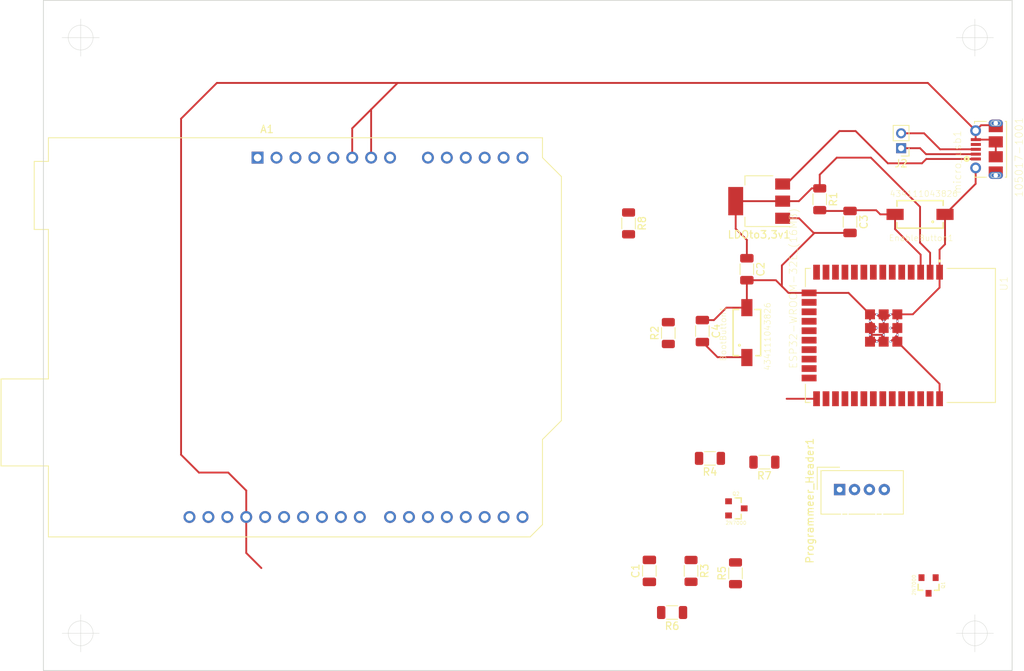
<source format=kicad_pcb>
(kicad_pcb (version 20171130) (host pcbnew "(5.1.7)-1")

  (general
    (thickness 1.6)
    (drawings 8)
    (tracks 115)
    (zones 0)
    (modules 22)
    (nets 62)
  )

  (page A4)
  (layers
    (0 F.Cu signal)
    (31 B.Cu signal)
    (32 B.Adhes user)
    (33 F.Adhes user)
    (34 B.Paste user)
    (35 F.Paste user)
    (36 B.SilkS user)
    (37 F.SilkS user)
    (38 B.Mask user)
    (39 F.Mask user)
    (40 Dwgs.User user)
    (41 Cmts.User user)
    (42 Eco1.User user)
    (43 Eco2.User user)
    (44 Edge.Cuts user)
    (45 Margin user)
    (46 B.CrtYd user)
    (47 F.CrtYd user)
    (48 B.Fab user)
    (49 F.Fab user)
  )

  (setup
    (last_trace_width 0.25)
    (trace_clearance 0.2)
    (zone_clearance 0.508)
    (zone_45_only no)
    (trace_min 0.2)
    (via_size 0.8)
    (via_drill 0.4)
    (via_min_size 0.4)
    (via_min_drill 0.3)
    (uvia_size 0.3)
    (uvia_drill 0.1)
    (uvias_allowed no)
    (uvia_min_size 0.2)
    (uvia_min_drill 0.1)
    (edge_width 0.05)
    (segment_width 0.2)
    (pcb_text_width 0.3)
    (pcb_text_size 1.5 1.5)
    (mod_edge_width 0.12)
    (mod_text_size 1 1)
    (mod_text_width 0.15)
    (pad_size 1.524 1.524)
    (pad_drill 0.762)
    (pad_to_mask_clearance 0)
    (aux_axis_origin 0 0)
    (visible_elements 7FFFFFFF)
    (pcbplotparams
      (layerselection 0x010fc_ffffffff)
      (usegerberextensions false)
      (usegerberattributes true)
      (usegerberadvancedattributes true)
      (creategerberjobfile true)
      (excludeedgelayer true)
      (linewidth 0.100000)
      (plotframeref false)
      (viasonmask false)
      (mode 1)
      (useauxorigin false)
      (hpglpennumber 1)
      (hpglpenspeed 20)
      (hpglpendiameter 15.000000)
      (psnegative false)
      (psa4output false)
      (plotreference true)
      (plotvalue true)
      (plotinvisibletext false)
      (padsonsilk false)
      (subtractmaskfromsilk false)
      (outputformat 1)
      (mirror false)
      (drillshape 1)
      (scaleselection 1)
      (outputdirectory ""))
  )

  (net 0 "")
  (net 1 "Net-(C1-Pad1)")
  (net 2 GND)
  (net 3 "Net-(C3-Pad1)")
  (net 4 "Net-(BootButton1-Pad1)")
  (net 5 "Net-(R4-Pad1)")
  (net 6 "Net-(U1-Pad4)")
  (net 7 "Net-(U1-Pad5)")
  (net 8 "Net-(U1-Pad6)")
  (net 9 "Net-(U1-Pad7)")
  (net 10 "Net-(U1-Pad8)")
  (net 11 "Net-(U1-Pad9)")
  (net 12 "Net-(U1-Pad10)")
  (net 13 "Net-(U1-Pad11)")
  (net 14 "Net-(U1-Pad12)")
  (net 15 "Net-(U1-Pad13)")
  (net 16 "Net-(U1-Pad14)")
  (net 17 "Net-(U1-Pad16)")
  (net 18 "Net-(U1-Pad23)")
  (net 19 "Net-(U1-Pad24)")
  (net 20 "Net-(U1-Pad26)")
  (net 21 "Net-(U1-Pad27)")
  (net 22 "Net-(U1-Pad28)")
  (net 23 "Net-(U1-Pad30)")
  (net 24 "Net-(U1-Pad31)")
  (net 25 "Net-(U1-Pad37)")
  (net 26 "Net-(A1-Pad16)")
  (net 27 "Net-(A1-Pad15)")
  (net 28 "Net-(A1-Pad30)")
  (net 29 "Net-(A1-Pad14)")
  (net 30 "Net-(A1-Pad13)")
  (net 31 "Net-(A1-Pad28)")
  (net 32 "Net-(A1-Pad12)")
  (net 33 "Net-(A1-Pad27)")
  (net 34 "Net-(A1-Pad11)")
  (net 35 "Net-(A1-Pad26)")
  (net 36 "Net-(A1-Pad10)")
  (net 37 "Net-(A1-Pad25)")
  (net 38 "Net-(A1-Pad9)")
  (net 39 "Net-(A1-Pad24)")
  (net 40 "Net-(A1-Pad8)")
  (net 41 "Net-(A1-Pad23)")
  (net 42 "Net-(A1-Pad22)")
  (net 43 "Net-(A1-Pad21)")
  (net 44 "Net-(A1-Pad5)")
  (net 45 "Net-(A1-Pad20)")
  (net 46 "Net-(A1-Pad4)")
  (net 47 "Net-(A1-Pad19)")
  (net 48 "Net-(A1-Pad3)")
  (net 49 "Net-(A1-Pad18)")
  (net 50 "Net-(A1-Pad2)")
  (net 51 "Net-(A1-Pad17)")
  (net 52 "Net-(A1-Pad1)")
  (net 53 "Net-(A1-Pad31)")
  (net 54 "Net-(A1-Pad32)")
  (net 55 "Net-(J2-Pad2)")
  (net 56 "Net-(J2-Pad1)")
  (net 57 "Net-(micro_usb1-Pad4)")
  (net 58 "Net-(Programmeer_Header1-Pad3)")
  (net 59 "Net-(Programmeer_Header1-Pad2)")
  (net 60 "Net-(Q1-Pad1)")
  (net 61 "Net-(Q2-Pad1)")

  (net_class Default "This is the default net class."
    (clearance 0.2)
    (trace_width 0.25)
    (via_dia 0.8)
    (via_drill 0.4)
    (uvia_dia 0.3)
    (uvia_drill 0.1)
    (add_net GND)
    (add_net "Net-(A1-Pad1)")
    (add_net "Net-(A1-Pad10)")
    (add_net "Net-(A1-Pad11)")
    (add_net "Net-(A1-Pad12)")
    (add_net "Net-(A1-Pad13)")
    (add_net "Net-(A1-Pad14)")
    (add_net "Net-(A1-Pad15)")
    (add_net "Net-(A1-Pad16)")
    (add_net "Net-(A1-Pad17)")
    (add_net "Net-(A1-Pad18)")
    (add_net "Net-(A1-Pad19)")
    (add_net "Net-(A1-Pad2)")
    (add_net "Net-(A1-Pad20)")
    (add_net "Net-(A1-Pad21)")
    (add_net "Net-(A1-Pad22)")
    (add_net "Net-(A1-Pad23)")
    (add_net "Net-(A1-Pad24)")
    (add_net "Net-(A1-Pad25)")
    (add_net "Net-(A1-Pad26)")
    (add_net "Net-(A1-Pad27)")
    (add_net "Net-(A1-Pad28)")
    (add_net "Net-(A1-Pad3)")
    (add_net "Net-(A1-Pad30)")
    (add_net "Net-(A1-Pad31)")
    (add_net "Net-(A1-Pad32)")
    (add_net "Net-(A1-Pad4)")
    (add_net "Net-(A1-Pad5)")
    (add_net "Net-(A1-Pad8)")
    (add_net "Net-(A1-Pad9)")
    (add_net "Net-(BootButton1-Pad1)")
    (add_net "Net-(C1-Pad1)")
    (add_net "Net-(C3-Pad1)")
    (add_net "Net-(J2-Pad1)")
    (add_net "Net-(J2-Pad2)")
    (add_net "Net-(Programmeer_Header1-Pad2)")
    (add_net "Net-(Programmeer_Header1-Pad3)")
    (add_net "Net-(Q1-Pad1)")
    (add_net "Net-(Q2-Pad1)")
    (add_net "Net-(R4-Pad1)")
    (add_net "Net-(U1-Pad10)")
    (add_net "Net-(U1-Pad11)")
    (add_net "Net-(U1-Pad12)")
    (add_net "Net-(U1-Pad13)")
    (add_net "Net-(U1-Pad14)")
    (add_net "Net-(U1-Pad16)")
    (add_net "Net-(U1-Pad23)")
    (add_net "Net-(U1-Pad24)")
    (add_net "Net-(U1-Pad26)")
    (add_net "Net-(U1-Pad27)")
    (add_net "Net-(U1-Pad28)")
    (add_net "Net-(U1-Pad30)")
    (add_net "Net-(U1-Pad31)")
    (add_net "Net-(U1-Pad37)")
    (add_net "Net-(U1-Pad4)")
    (add_net "Net-(U1-Pad5)")
    (add_net "Net-(U1-Pad6)")
    (add_net "Net-(U1-Pad7)")
    (add_net "Net-(U1-Pad8)")
    (add_net "Net-(U1-Pad9)")
    (add_net "Net-(micro_usb1-Pad4)")
  )

  (module Connector:NS-Tech_Grove_1x04_P2mm_Vertical (layer F.Cu) (tedit 5A2A5779) (tstamp 60564072)
    (at 156.845 115.697 90)
    (descr https://statics3.seeedstudio.com/images/opl/datasheet/3470130P1.pdf)
    (tags Grove-1x04)
    (path /604DC838)
    (fp_text reference Programmeer_Header1 (at -1.5 -4 90) (layer F.SilkS)
      (effects (font (size 1 1) (thickness 0.15)))
    )
    (fp_text value Conn_01x04_Female (at 4.19 2.83) (layer F.Fab)
      (effects (font (size 1 1) (thickness 0.15)))
    )
    (fp_text user %R (at -2 2) (layer F.Fab)
      (effects (font (size 1 1) (thickness 0.15)))
    )
    (fp_line (start 0.9 0) (end 2.2 1) (layer F.Fab) (width 0.1))
    (fp_line (start 2.2 -1) (end 0.9 0) (layer F.Fab) (width 0.1))
    (fp_line (start 3 -3) (end 3 0) (layer F.SilkS) (width 0.12))
    (fp_line (start 0 -3) (end 3 -3) (layer F.SilkS) (width 0.12))
    (fp_line (start -3.45 -2.65) (end -3.45 8.7) (layer F.CrtYd) (width 0.05))
    (fp_line (start -3.45 8.7) (end 2.7 8.7) (layer F.CrtYd) (width 0.05))
    (fp_line (start 2.7 8.7) (end 2.7 -2.65) (layer F.CrtYd) (width 0.05))
    (fp_line (start -3.45 -2.65) (end 2.7 -2.65) (layer F.CrtYd) (width 0.05))
    (fp_line (start -3.3 5) (end -3.3 5.6) (layer F.SilkS) (width 0.12))
    (fp_line (start -3.3 0.4) (end -3.3 1) (layer F.SilkS) (width 0.12))
    (fp_line (start 2.55 -2.5) (end 2.55 8.55) (layer F.SilkS) (width 0.12))
    (fp_line (start -3.3 -2.5) (end 2.55 -2.5) (layer F.SilkS) (width 0.12))
    (fp_line (start -3.3 1.25) (end -3.3 4.75) (layer F.SilkS) (width 0.12))
    (fp_line (start -3.3 8.55) (end 2.55 8.55) (layer F.SilkS) (width 0.12))
    (fp_line (start -3.3 -2.5) (end -3.3 0.15) (layer F.SilkS) (width 0.12))
    (fp_line (start -3.3 5.9) (end -3.3 8.55) (layer F.SilkS) (width 0.12))
    (fp_line (start -2.9 -2.1) (end 2.2 -2.1) (layer F.Fab) (width 0.1))
    (fp_line (start 2.2 -2.1) (end 2.2 8.1) (layer F.Fab) (width 0.1))
    (fp_line (start 2.2 8.1) (end -2.9 8.1) (layer F.Fab) (width 0.1))
    (fp_line (start -2.9 8.1) (end -2.9 -2.1) (layer F.Fab) (width 0.1))
    (pad 4 thru_hole circle (at 0 6 90) (size 1.524 1.524) (drill 0.762) (layers *.Cu *.Mask)
      (net 1 "Net-(C1-Pad1)"))
    (pad 3 thru_hole circle (at 0 4 90) (size 1.524 1.524) (drill 0.762) (layers *.Cu *.Mask)
      (net 58 "Net-(Programmeer_Header1-Pad3)"))
    (pad 2 thru_hole circle (at 0 2 90) (size 1.524 1.524) (drill 0.762) (layers *.Cu *.Mask)
      (net 59 "Net-(Programmeer_Header1-Pad2)"))
    (pad 1 thru_hole rect (at 0 0 90) (size 1.524 1.524) (drill 0.762) (layers *.Cu *.Mask)
      (net 2 GND))
    (model ${KISYS3DMOD}/Connector.3dshapes/NS-Tech_Grove_1x04_P2mm_Vertical.wrl
      (at (xyz 0 0 0))
      (scale (xyz 0.3937 0.3937 0.3937))
      (rotate (xyz 0 0 -90))
    )
  )

  (module Capacitor_SMD:C_1206_3216Metric (layer F.Cu) (tedit 5F68FEEE) (tstamp 6055D515)
    (at 158.242 79.756 270)
    (descr "Capacitor SMD 1206 (3216 Metric), square (rectangular) end terminal, IPC_7351 nominal, (Body size source: IPC-SM-782 page 76, https://www.pcb-3d.com/wordpress/wp-content/uploads/ipc-sm-782a_amendment_1_and_2.pdf), generated with kicad-footprint-generator")
    (tags capacitor)
    (path /604B305F)
    (attr smd)
    (fp_text reference C3 (at 0 -1.85 90) (layer F.SilkS)
      (effects (font (size 1 1) (thickness 0.15)))
    )
    (fp_text value 100nF (at 0 1.85 90) (layer F.Fab)
      (effects (font (size 1 1) (thickness 0.15)))
    )
    (fp_line (start 2.3 1.15) (end -2.3 1.15) (layer F.CrtYd) (width 0.05))
    (fp_line (start 2.3 -1.15) (end 2.3 1.15) (layer F.CrtYd) (width 0.05))
    (fp_line (start -2.3 -1.15) (end 2.3 -1.15) (layer F.CrtYd) (width 0.05))
    (fp_line (start -2.3 1.15) (end -2.3 -1.15) (layer F.CrtYd) (width 0.05))
    (fp_line (start -0.711252 0.91) (end 0.711252 0.91) (layer F.SilkS) (width 0.12))
    (fp_line (start -0.711252 -0.91) (end 0.711252 -0.91) (layer F.SilkS) (width 0.12))
    (fp_line (start 1.6 0.8) (end -1.6 0.8) (layer F.Fab) (width 0.1))
    (fp_line (start 1.6 -0.8) (end 1.6 0.8) (layer F.Fab) (width 0.1))
    (fp_line (start -1.6 -0.8) (end 1.6 -0.8) (layer F.Fab) (width 0.1))
    (fp_line (start -1.6 0.8) (end -1.6 -0.8) (layer F.Fab) (width 0.1))
    (fp_text user %R (at 0 0.254 90) (layer F.Fab)
      (effects (font (size 0.8 0.8) (thickness 0.12)))
    )
    (pad 2 smd roundrect (at 1.475 0 270) (size 1.15 1.8) (layers F.Cu F.Paste F.Mask) (roundrect_rratio 0.217391)
      (net 2 GND))
    (pad 1 smd roundrect (at -1.475 0 270) (size 1.15 1.8) (layers F.Cu F.Paste F.Mask) (roundrect_rratio 0.217391)
      (net 3 "Net-(C3-Pad1)"))
    (model ${KISYS3DMOD}/Capacitor_SMD.3dshapes/C_1206_3216Metric.wrl
      (at (xyz 0 0 0))
      (scale (xyz 1 1 1))
      (rotate (xyz 0 0 0))
    )
  )

  (module "ESP32-WROOM-32E__16MB_:MODULE_ESP32-WROOM-32E_(16MB)" (layer F.Cu) (tedit 0) (tstamp 605534E3)
    (at 165 95 270)
    (path /60488F7D)
    (attr smd)
    (fp_text reference U1 (at -6.96 -13.885 90) (layer F.SilkS)
      (effects (font (size 1 1) (thickness 0.05)))
    )
    (fp_text value "ESP32-WROOM-32E_(16MB)" (at -6.325 14.365 90) (layer F.SilkS)
      (effects (font (size 1 1) (thickness 0.05)))
    )
    (fp_line (start -9 -12.75) (end 9 -12.75) (layer Eco2.User) (width 0.127))
    (fp_line (start 9 -12.75) (end 9 -6.45) (layer Eco2.User) (width 0.127))
    (fp_line (start 9 -6.45) (end 9 12.75) (layer Eco2.User) (width 0.127))
    (fp_line (start 9 12.75) (end -9 12.75) (layer Eco2.User) (width 0.127))
    (fp_line (start -9 12.75) (end -9 -6.45) (layer Eco2.User) (width 0.127))
    (fp_line (start -9 -12.75) (end -9 -6.45) (layer Eco2.User) (width 0.127))
    (fp_line (start -9 -6.45) (end 9 -6.45) (layer Eco2.User) (width 0.127))
    (fp_poly (pts (xy -9 -12.75) (xy 9 -12.75) (xy 9 -6.45) (xy -9 -6.45)) (layer Dwgs.User) (width 0))
    (fp_poly (pts (xy -9 -12.75) (xy 9 -12.75) (xy 9 -6.45) (xy -9 -6.45)) (layer Dwgs.User) (width 0))
    (fp_line (start -9.25 -13) (end 9.25 -13) (layer Eco1.User) (width 0.05))
    (fp_line (start 9.25 -13) (end 9.25 -6) (layer Eco1.User) (width 0.05))
    (fp_line (start 9.25 -6) (end 9.75 -6) (layer Eco1.User) (width 0.05))
    (fp_line (start 9.75 -6) (end 9.75 13.5) (layer Eco1.User) (width 0.05))
    (fp_line (start 9.75 13.5) (end -9.75 13.5) (layer Eco1.User) (width 0.05))
    (fp_line (start -9.75 13.5) (end -9.75 -6) (layer Eco1.User) (width 0.05))
    (fp_line (start -9.75 -6) (end -9.25 -6) (layer Eco1.User) (width 0.05))
    (fp_line (start -9.25 -6) (end -9.25 -13) (layer Eco1.User) (width 0.05))
    (fp_circle (center -10 -5.25) (end -9.9 -5.25) (layer Eco2.User) (width 0.2))
    (fp_circle (center -10 -5.25) (end -9.9 -5.25) (layer F.SilkS) (width 0.2))
    (fp_line (start -9 12.1) (end -9 12.75) (layer F.SilkS) (width 0.127))
    (fp_line (start -9 12.75) (end -6.55 12.75) (layer F.SilkS) (width 0.127))
    (fp_line (start 6.55 12.75) (end 9 12.75) (layer F.SilkS) (width 0.127))
    (fp_line (start 9 12.75) (end 9 12.1) (layer F.SilkS) (width 0.127))
    (fp_line (start -9 -6.25) (end -9 -12.75) (layer F.SilkS) (width 0.127))
    (fp_line (start -9 -12.75) (end 9 -12.75) (layer F.SilkS) (width 0.127))
    (fp_line (start 9 -12.75) (end 9 -6.25) (layer F.SilkS) (width 0.127))
    (fp_text user ANTENNA (at -6 -9 90) (layer Edge.Cuts)
      (effects (font (size 1 1) (thickness 0.05)))
    )
    (pad 39_21 thru_hole circle (at -0.0825 4.075 270) (size 0.3 0.3) (drill 0.2) (layers *.Cu *.Mask)
      (net 2 GND))
    (pad 39_20 thru_hole circle (at -1.9175 4.075 270) (size 0.3 0.3) (drill 0.2) (layers *.Cu *.Mask)
      (net 2 GND))
    (pad 39_19 thru_hole circle (at 0.835 3.1575 270) (size 0.3 0.3) (drill 0.2) (layers *.Cu *.Mask)
      (net 2 GND))
    (pad 39_18 thru_hole circle (at -1 3.1575 270) (size 0.3 0.3) (drill 0.2) (layers *.Cu *.Mask)
      (net 2 GND))
    (pad 39_17 thru_hole circle (at -2.835 3.1575 270) (size 0.3 0.3) (drill 0.2) (layers *.Cu *.Mask)
      (net 2 GND))
    (pad 39_16 thru_hole circle (at -0.0825 2.24 270) (size 0.3 0.3) (drill 0.2) (layers *.Cu *.Mask)
      (net 2 GND))
    (pad 39_15 thru_hole circle (at -1.9175 2.24 270) (size 0.3 0.3) (drill 0.2) (layers *.Cu *.Mask)
      (net 2 GND))
    (pad 39_14 thru_hole circle (at 0.835 1.3225 270) (size 0.3 0.3) (drill 0.2) (layers *.Cu *.Mask)
      (net 2 GND))
    (pad 39_13 thru_hole circle (at -1 1.3225 270) (size 0.3 0.3) (drill 0.2) (layers *.Cu *.Mask)
      (net 2 GND))
    (pad 39_12 thru_hole circle (at -2.835 1.3225 270) (size 0.3 0.3) (drill 0.2) (layers *.Cu *.Mask)
      (net 2 GND))
    (pad 39_11 thru_hole circle (at -0.0825 0.405 270) (size 0.3 0.3) (drill 0.2) (layers *.Cu *.Mask)
      (net 2 GND))
    (pad 39_10 thru_hole circle (at -1.9175 0.405 270) (size 0.3 0.3) (drill 0.2) (layers *.Cu *.Mask)
      (net 2 GND))
    (pad 39_9 smd rect (at 0.835 4.075 270) (size 1.33 1.33) (layers F.Cu F.Paste)
      (net 2 GND))
    (pad 39_8 smd rect (at -1 4.075 270) (size 1.33 1.33) (layers F.Cu F.Paste)
      (net 2 GND))
    (pad 39_7 smd rect (at -2.835 4.075 270) (size 1.33 1.33) (layers F.Cu F.Paste)
      (net 2 GND))
    (pad 39_6 smd rect (at 0.835 2.24 270) (size 1.33 1.33) (layers F.Cu F.Paste)
      (net 2 GND))
    (pad 39_5 smd rect (at -1 2.24 270) (size 1.33 1.33) (layers F.Cu F.Paste)
      (net 2 GND))
    (pad 39_4 smd rect (at -2.835 2.24 270) (size 1.33 1.33) (layers F.Cu F.Paste)
      (net 2 GND))
    (pad 39_3 smd rect (at 0.835 0.405 270) (size 1.33 1.33) (layers F.Cu F.Paste)
      (net 2 GND))
    (pad 39_2 smd rect (at -1 0.405 270) (size 1.33 1.33) (layers F.Cu F.Paste)
      (net 2 GND))
    (pad 39_1 smd rect (at -2.835 0.405 270) (size 1.33 1.33) (layers F.Cu F.Paste)
      (net 2 GND))
    (pad 38 smd rect (at 8.5 -5.26 270) (size 2 0.9) (layers F.Cu F.Paste)
      (net 2 GND))
    (pad 37 smd rect (at 8.5 -3.99 270) (size 2 0.9) (layers F.Cu F.Paste)
      (net 25 "Net-(U1-Pad37)"))
    (pad 36 smd rect (at 8.5 -2.72 270) (size 2 0.9) (layers F.Cu F.Paste)
      (net 60 "Net-(Q1-Pad1)"))
    (pad 35 smd rect (at 8.5 -1.45 270) (size 2 0.9) (layers F.Cu F.Paste)
      (net 58 "Net-(Programmeer_Header1-Pad3)"))
    (pad 34 smd rect (at 8.5 -0.18 270) (size 2 0.9) (layers F.Cu F.Paste)
      (net 59 "Net-(Programmeer_Header1-Pad2)"))
    (pad 33 smd rect (at 8.5 1.09 270) (size 2 0.9) (layers F.Cu F.Paste)
      (net 61 "Net-(Q2-Pad1)"))
    (pad 32 smd rect (at 8.5 2.36 270) (size 2 0.9) (layers F.Cu F.Paste))
    (pad 31 smd rect (at 8.5 3.63 270) (size 2 0.9) (layers F.Cu F.Paste)
      (net 24 "Net-(U1-Pad31)"))
    (pad 30 smd rect (at 8.5 4.9 270) (size 2 0.9) (layers F.Cu F.Paste)
      (net 23 "Net-(U1-Pad30)"))
    (pad 29 smd rect (at 8.5 6.17 270) (size 2 0.9) (layers F.Cu F.Paste)
      (net 5 "Net-(R4-Pad1)"))
    (pad 28 smd rect (at 8.5 7.44 270) (size 2 0.9) (layers F.Cu F.Paste)
      (net 22 "Net-(U1-Pad28)"))
    (pad 27 smd rect (at 8.5 8.71 270) (size 2 0.9) (layers F.Cu F.Paste)
      (net 21 "Net-(U1-Pad27)"))
    (pad 26 smd rect (at 8.5 9.98 270) (size 2 0.9) (layers F.Cu F.Paste)
      (net 20 "Net-(U1-Pad26)"))
    (pad 25 smd rect (at 8.5 11.25 270) (size 2 0.9) (layers F.Cu F.Paste)
      (net 4 "Net-(BootButton1-Pad1)"))
    (pad 24 smd rect (at 5.715 12.25 270) (size 0.9 2) (layers F.Cu F.Paste)
      (net 19 "Net-(U1-Pad24)"))
    (pad 23 smd rect (at 4.445 12.25 270) (size 0.9 2) (layers F.Cu F.Paste)
      (net 18 "Net-(U1-Pad23)"))
    (pad 22 smd rect (at 3.175 12.25 270) (size 0.9 2) (layers F.Cu F.Paste))
    (pad 21 smd rect (at 1.905 12.25 270) (size 0.9 2) (layers F.Cu F.Paste))
    (pad 20 smd rect (at 0.635 12.25 270) (size 0.9 2) (layers F.Cu F.Paste))
    (pad 19 smd rect (at -0.635 12.25 270) (size 0.9 2) (layers F.Cu F.Paste))
    (pad 18 smd rect (at -1.905 12.25 270) (size 0.9 2) (layers F.Cu F.Paste))
    (pad 17 smd rect (at -3.175 12.25 270) (size 0.9 2) (layers F.Cu F.Paste))
    (pad 16 smd rect (at -4.445 12.25 270) (size 0.9 2) (layers F.Cu F.Paste)
      (net 17 "Net-(U1-Pad16)"))
    (pad 15 smd rect (at -5.715 12.25 270) (size 0.9 2) (layers F.Cu F.Paste)
      (net 2 GND))
    (pad 14 smd rect (at -8.5 11.25 270) (size 2 0.9) (layers F.Cu F.Paste)
      (net 16 "Net-(U1-Pad14)"))
    (pad 13 smd rect (at -8.5 9.98 270) (size 2 0.9) (layers F.Cu F.Paste)
      (net 15 "Net-(U1-Pad13)"))
    (pad 12 smd rect (at -8.5 8.71 270) (size 2 0.9) (layers F.Cu F.Paste)
      (net 14 "Net-(U1-Pad12)"))
    (pad 11 smd rect (at -8.5 7.44 270) (size 2 0.9) (layers F.Cu F.Paste)
      (net 13 "Net-(U1-Pad11)"))
    (pad 10 smd rect (at -8.5 6.17 270) (size 2 0.9) (layers F.Cu F.Paste)
      (net 12 "Net-(U1-Pad10)"))
    (pad 9 smd rect (at -8.5 4.9 270) (size 2 0.9) (layers F.Cu F.Paste)
      (net 11 "Net-(U1-Pad9)"))
    (pad 8 smd rect (at -8.5 3.63 270) (size 2 0.9) (layers F.Cu F.Paste)
      (net 10 "Net-(U1-Pad8)"))
    (pad 7 smd rect (at -8.5 2.36 270) (size 2 0.9) (layers F.Cu F.Paste)
      (net 9 "Net-(U1-Pad7)"))
    (pad 6 smd rect (at -8.5 1.09 270) (size 2 0.9) (layers F.Cu F.Paste)
      (net 8 "Net-(U1-Pad6)"))
    (pad 5 smd rect (at -8.5 -0.18 270) (size 2 0.9) (layers F.Cu F.Paste)
      (net 7 "Net-(U1-Pad5)"))
    (pad 4 smd rect (at -8.5 -1.45 270) (size 2 0.9) (layers F.Cu F.Paste)
      (net 6 "Net-(U1-Pad4)"))
    (pad 3 smd rect (at -8.5 -2.72 270) (size 2 0.9) (layers F.Cu F.Paste)
      (net 3 "Net-(C3-Pad1)"))
    (pad 2 smd rect (at -8.5 -3.99 270) (size 2 0.9) (layers F.Cu F.Paste)
      (net 1 "Net-(C1-Pad1)"))
    (pad 1 smd rect (at -8.5 -5.26 270) (size 2 0.9) (layers F.Cu F.Paste)
      (net 2 GND))
  )

  (module Resistor_SMD:R_1206_3216Metric (layer F.Cu) (tedit 5F68FEEE) (tstamp 60553489)
    (at 128.524 79.9485 270)
    (descr "Resistor SMD 1206 (3216 Metric), square (rectangular) end terminal, IPC_7351 nominal, (Body size source: IPC-SM-782 page 72, https://www.pcb-3d.com/wordpress/wp-content/uploads/ipc-sm-782a_amendment_1_and_2.pdf), generated with kicad-footprint-generator")
    (tags resistor)
    (path /60594373)
    (attr smd)
    (fp_text reference R8 (at 0 -1.82 90) (layer F.SilkS)
      (effects (font (size 1 1) (thickness 0.15)))
    )
    (fp_text value 10k (at 0 1.82 90) (layer F.Fab)
      (effects (font (size 1 1) (thickness 0.15)))
    )
    (fp_line (start 2.28 1.12) (end -2.28 1.12) (layer F.CrtYd) (width 0.05))
    (fp_line (start 2.28 -1.12) (end 2.28 1.12) (layer F.CrtYd) (width 0.05))
    (fp_line (start -2.28 -1.12) (end 2.28 -1.12) (layer F.CrtYd) (width 0.05))
    (fp_line (start -2.28 1.12) (end -2.28 -1.12) (layer F.CrtYd) (width 0.05))
    (fp_line (start -0.727064 0.91) (end 0.727064 0.91) (layer F.SilkS) (width 0.12))
    (fp_line (start -0.727064 -0.91) (end 0.727064 -0.91) (layer F.SilkS) (width 0.12))
    (fp_line (start 1.6 0.8) (end -1.6 0.8) (layer F.Fab) (width 0.1))
    (fp_line (start 1.6 -0.8) (end 1.6 0.8) (layer F.Fab) (width 0.1))
    (fp_line (start -1.6 -0.8) (end 1.6 -0.8) (layer F.Fab) (width 0.1))
    (fp_line (start -1.6 0.8) (end -1.6 -0.8) (layer F.Fab) (width 0.1))
    (fp_text user %R (at 0 0 90) (layer F.Fab)
      (effects (font (size 0.8 0.8) (thickness 0.12)))
    )
    (pad 2 smd roundrect (at 1.4625 0 270) (size 1.125 1.75) (layers F.Cu F.Paste F.Mask) (roundrect_rratio 0.222222)
      (net 30 "Net-(A1-Pad13)"))
    (pad 1 smd roundrect (at -1.4625 0 270) (size 1.125 1.75) (layers F.Cu F.Paste F.Mask) (roundrect_rratio 0.222222)
      (net 44 "Net-(A1-Pad5)"))
    (model ${KISYS3DMOD}/Resistor_SMD.3dshapes/R_1206_3216Metric.wrl
      (at (xyz 0 0 0))
      (scale (xyz 1 1 1))
      (rotate (xyz 0 0 0))
    )
  )

  (module Resistor_SMD:R_1206_3216Metric (layer F.Cu) (tedit 5F68FEEE) (tstamp 60553478)
    (at 146.7505 112.014 180)
    (descr "Resistor SMD 1206 (3216 Metric), square (rectangular) end terminal, IPC_7351 nominal, (Body size source: IPC-SM-782 page 72, https://www.pcb-3d.com/wordpress/wp-content/uploads/ipc-sm-782a_amendment_1_and_2.pdf), generated with kicad-footprint-generator")
    (tags resistor)
    (path /6059435B)
    (attr smd)
    (fp_text reference R7 (at 0 -1.82) (layer F.SilkS)
      (effects (font (size 1 1) (thickness 0.15)))
    )
    (fp_text value 10k (at 0 1.82) (layer F.Fab)
      (effects (font (size 1 1) (thickness 0.15)))
    )
    (fp_line (start 2.28 1.12) (end -2.28 1.12) (layer F.CrtYd) (width 0.05))
    (fp_line (start 2.28 -1.12) (end 2.28 1.12) (layer F.CrtYd) (width 0.05))
    (fp_line (start -2.28 -1.12) (end 2.28 -1.12) (layer F.CrtYd) (width 0.05))
    (fp_line (start -2.28 1.12) (end -2.28 -1.12) (layer F.CrtYd) (width 0.05))
    (fp_line (start -0.727064 0.91) (end 0.727064 0.91) (layer F.SilkS) (width 0.12))
    (fp_line (start -0.727064 -0.91) (end 0.727064 -0.91) (layer F.SilkS) (width 0.12))
    (fp_line (start 1.6 0.8) (end -1.6 0.8) (layer F.Fab) (width 0.1))
    (fp_line (start 1.6 -0.8) (end 1.6 0.8) (layer F.Fab) (width 0.1))
    (fp_line (start -1.6 -0.8) (end 1.6 -0.8) (layer F.Fab) (width 0.1))
    (fp_line (start -1.6 0.8) (end -1.6 -0.8) (layer F.Fab) (width 0.1))
    (fp_text user %R (at 0 0) (layer F.Fab)
      (effects (font (size 0.8 0.8) (thickness 0.12)))
    )
    (pad 2 smd roundrect (at 1.4625 0 180) (size 1.125 1.75) (layers F.Cu F.Paste F.Mask) (roundrect_rratio 0.222222)
      (net 61 "Net-(Q2-Pad1)"))
    (pad 1 smd roundrect (at -1.4625 0 180) (size 1.125 1.75) (layers F.Cu F.Paste F.Mask) (roundrect_rratio 0.222222)
      (net 1 "Net-(C1-Pad1)"))
    (model ${KISYS3DMOD}/Resistor_SMD.3dshapes/R_1206_3216Metric.wrl
      (at (xyz 0 0 0))
      (scale (xyz 1 1 1))
      (rotate (xyz 0 0 0))
    )
  )

  (module Resistor_SMD:R_1206_3216Metric (layer F.Cu) (tedit 5F68FEEE) (tstamp 60553467)
    (at 134.366 132.207 180)
    (descr "Resistor SMD 1206 (3216 Metric), square (rectangular) end terminal, IPC_7351 nominal, (Body size source: IPC-SM-782 page 72, https://www.pcb-3d.com/wordpress/wp-content/uploads/ipc-sm-782a_amendment_1_and_2.pdf), generated with kicad-footprint-generator")
    (tags resistor)
    (path /6053DB24)
    (attr smd)
    (fp_text reference R6 (at 0 -1.82) (layer F.SilkS)
      (effects (font (size 1 1) (thickness 0.15)))
    )
    (fp_text value 10k (at 0 1.82) (layer F.Fab)
      (effects (font (size 1 1) (thickness 0.15)))
    )
    (fp_line (start 2.28 1.12) (end -2.28 1.12) (layer F.CrtYd) (width 0.05))
    (fp_line (start 2.28 -1.12) (end 2.28 1.12) (layer F.CrtYd) (width 0.05))
    (fp_line (start -2.28 -1.12) (end 2.28 -1.12) (layer F.CrtYd) (width 0.05))
    (fp_line (start -2.28 1.12) (end -2.28 -1.12) (layer F.CrtYd) (width 0.05))
    (fp_line (start -0.727064 0.91) (end 0.727064 0.91) (layer F.SilkS) (width 0.12))
    (fp_line (start -0.727064 -0.91) (end 0.727064 -0.91) (layer F.SilkS) (width 0.12))
    (fp_line (start 1.6 0.8) (end -1.6 0.8) (layer F.Fab) (width 0.1))
    (fp_line (start 1.6 -0.8) (end 1.6 0.8) (layer F.Fab) (width 0.1))
    (fp_line (start -1.6 -0.8) (end 1.6 -0.8) (layer F.Fab) (width 0.1))
    (fp_line (start -1.6 0.8) (end -1.6 -0.8) (layer F.Fab) (width 0.1))
    (fp_text user %R (at -0.0615 0.127) (layer F.Fab)
      (effects (font (size 0.8 0.8) (thickness 0.12)))
    )
    (pad 2 smd roundrect (at 1.4625 0 180) (size 1.125 1.75) (layers F.Cu F.Paste F.Mask) (roundrect_rratio 0.222222)
      (net 29 "Net-(A1-Pad14)"))
    (pad 1 smd roundrect (at -1.4625 0 180) (size 1.125 1.75) (layers F.Cu F.Paste F.Mask) (roundrect_rratio 0.222222)
      (net 44 "Net-(A1-Pad5)"))
    (model ${KISYS3DMOD}/Resistor_SMD.3dshapes/R_1206_3216Metric.wrl
      (at (xyz 0 0 0))
      (scale (xyz 1 1 1))
      (rotate (xyz 0 0 0))
    )
  )

  (module Resistor_SMD:R_1206_3216Metric (layer F.Cu) (tedit 5F68FEEE) (tstamp 60553456)
    (at 142.875 126.9385 90)
    (descr "Resistor SMD 1206 (3216 Metric), square (rectangular) end terminal, IPC_7351 nominal, (Body size source: IPC-SM-782 page 72, https://www.pcb-3d.com/wordpress/wp-content/uploads/ipc-sm-782a_amendment_1_and_2.pdf), generated with kicad-footprint-generator")
    (tags resistor)
    (path /6053BFFF)
    (attr smd)
    (fp_text reference R5 (at 0 -1.82 90) (layer F.SilkS)
      (effects (font (size 1 1) (thickness 0.15)))
    )
    (fp_text value 10k (at 0 1.82 90) (layer F.Fab)
      (effects (font (size 1 1) (thickness 0.15)))
    )
    (fp_line (start 2.28 1.12) (end -2.28 1.12) (layer F.CrtYd) (width 0.05))
    (fp_line (start 2.28 -1.12) (end 2.28 1.12) (layer F.CrtYd) (width 0.05))
    (fp_line (start -2.28 -1.12) (end 2.28 -1.12) (layer F.CrtYd) (width 0.05))
    (fp_line (start -2.28 1.12) (end -2.28 -1.12) (layer F.CrtYd) (width 0.05))
    (fp_line (start -0.727064 0.91) (end 0.727064 0.91) (layer F.SilkS) (width 0.12))
    (fp_line (start -0.727064 -0.91) (end 0.727064 -0.91) (layer F.SilkS) (width 0.12))
    (fp_line (start 1.6 0.8) (end -1.6 0.8) (layer F.Fab) (width 0.1))
    (fp_line (start 1.6 -0.8) (end 1.6 0.8) (layer F.Fab) (width 0.1))
    (fp_line (start -1.6 -0.8) (end 1.6 -0.8) (layer F.Fab) (width 0.1))
    (fp_line (start -1.6 0.8) (end -1.6 -0.8) (layer F.Fab) (width 0.1))
    (fp_text user %R (at 0 -0.127 90) (layer F.Fab)
      (effects (font (size 0.8 0.8) (thickness 0.12)))
    )
    (pad 2 smd roundrect (at 1.4625 0 90) (size 1.125 1.75) (layers F.Cu F.Paste F.Mask) (roundrect_rratio 0.222222)
      (net 60 "Net-(Q1-Pad1)"))
    (pad 1 smd roundrect (at -1.4625 0 90) (size 1.125 1.75) (layers F.Cu F.Paste F.Mask) (roundrect_rratio 0.222222)
      (net 1 "Net-(C1-Pad1)"))
    (model ${KISYS3DMOD}/Resistor_SMD.3dshapes/R_1206_3216Metric.wrl
      (at (xyz 0 0 0))
      (scale (xyz 1 1 1))
      (rotate (xyz 0 0 0))
    )
  )

  (module Resistor_SMD:R_1206_3216Metric (layer F.Cu) (tedit 5F68FEEE) (tstamp 60553445)
    (at 139.446 111.506 180)
    (descr "Resistor SMD 1206 (3216 Metric), square (rectangular) end terminal, IPC_7351 nominal, (Body size source: IPC-SM-782 page 72, https://www.pcb-3d.com/wordpress/wp-content/uploads/ipc-sm-782a_amendment_1_and_2.pdf), generated with kicad-footprint-generator")
    (tags resistor)
    (path /604FE462)
    (attr smd)
    (fp_text reference R4 (at 0 -1.82) (layer F.SilkS)
      (effects (font (size 1 1) (thickness 0.15)))
    )
    (fp_text value 4.7k (at 0 1.82) (layer F.Fab)
      (effects (font (size 1 1) (thickness 0.15)))
    )
    (fp_line (start 2.28 1.12) (end -2.28 1.12) (layer F.CrtYd) (width 0.05))
    (fp_line (start 2.28 -1.12) (end 2.28 1.12) (layer F.CrtYd) (width 0.05))
    (fp_line (start -2.28 -1.12) (end 2.28 -1.12) (layer F.CrtYd) (width 0.05))
    (fp_line (start -2.28 1.12) (end -2.28 -1.12) (layer F.CrtYd) (width 0.05))
    (fp_line (start -0.727064 0.91) (end 0.727064 0.91) (layer F.SilkS) (width 0.12))
    (fp_line (start -0.727064 -0.91) (end 0.727064 -0.91) (layer F.SilkS) (width 0.12))
    (fp_line (start 1.6 0.8) (end -1.6 0.8) (layer F.Fab) (width 0.1))
    (fp_line (start 1.6 -0.8) (end 1.6 0.8) (layer F.Fab) (width 0.1))
    (fp_line (start -1.6 -0.8) (end 1.6 -0.8) (layer F.Fab) (width 0.1))
    (fp_line (start -1.6 0.8) (end -1.6 -0.8) (layer F.Fab) (width 0.1))
    (fp_text user %R (at 0 0) (layer F.Fab)
      (effects (font (size 0.8 0.8) (thickness 0.12)))
    )
    (pad 2 smd roundrect (at 1.4625 0 180) (size 1.125 1.75) (layers F.Cu F.Paste F.Mask) (roundrect_rratio 0.222222)
      (net 1 "Net-(C1-Pad1)"))
    (pad 1 smd roundrect (at -1.4625 0 180) (size 1.125 1.75) (layers F.Cu F.Paste F.Mask) (roundrect_rratio 0.222222)
      (net 5 "Net-(R4-Pad1)"))
    (model ${KISYS3DMOD}/Resistor_SMD.3dshapes/R_1206_3216Metric.wrl
      (at (xyz 0 0 0))
      (scale (xyz 1 1 1))
      (rotate (xyz 0 0 0))
    )
  )

  (module Resistor_SMD:R_1206_3216Metric (layer F.Cu) (tedit 5F68FEEE) (tstamp 60553434)
    (at 136.906 126.619 270)
    (descr "Resistor SMD 1206 (3216 Metric), square (rectangular) end terminal, IPC_7351 nominal, (Body size source: IPC-SM-782 page 72, https://www.pcb-3d.com/wordpress/wp-content/uploads/ipc-sm-782a_amendment_1_and_2.pdf), generated with kicad-footprint-generator")
    (tags resistor)
    (path /604FC2A7)
    (attr smd)
    (fp_text reference R3 (at 0 -1.82 90) (layer F.SilkS)
      (effects (font (size 1 1) (thickness 0.15)))
    )
    (fp_text value 4.7k (at 0 1.82 90) (layer F.Fab)
      (effects (font (size 1 1) (thickness 0.15)))
    )
    (fp_line (start 2.28 1.12) (end -2.28 1.12) (layer F.CrtYd) (width 0.05))
    (fp_line (start 2.28 -1.12) (end 2.28 1.12) (layer F.CrtYd) (width 0.05))
    (fp_line (start -2.28 -1.12) (end 2.28 -1.12) (layer F.CrtYd) (width 0.05))
    (fp_line (start -2.28 1.12) (end -2.28 -1.12) (layer F.CrtYd) (width 0.05))
    (fp_line (start -0.727064 0.91) (end 0.727064 0.91) (layer F.SilkS) (width 0.12))
    (fp_line (start -0.727064 -0.91) (end 0.727064 -0.91) (layer F.SilkS) (width 0.12))
    (fp_line (start 1.6 0.8) (end -1.6 0.8) (layer F.Fab) (width 0.1))
    (fp_line (start 1.6 -0.8) (end 1.6 0.8) (layer F.Fab) (width 0.1))
    (fp_line (start -1.6 -0.8) (end 1.6 -0.8) (layer F.Fab) (width 0.1))
    (fp_line (start -1.6 0.8) (end -1.6 -0.8) (layer F.Fab) (width 0.1))
    (fp_text user %R (at 0 0 270) (layer F.Fab)
      (effects (font (size 0.8 0.8) (thickness 0.12)))
    )
    (pad 2 smd roundrect (at 1.4625 0 270) (size 1.125 1.75) (layers F.Cu F.Paste F.Mask) (roundrect_rratio 0.222222)
      (net 1 "Net-(C1-Pad1)"))
    (pad 1 smd roundrect (at -1.4625 0 270) (size 1.125 1.75) (layers F.Cu F.Paste F.Mask) (roundrect_rratio 0.222222)
      (net 58 "Net-(Programmeer_Header1-Pad3)"))
    (model ${KISYS3DMOD}/Resistor_SMD.3dshapes/R_1206_3216Metric.wrl
      (at (xyz 0 0 0))
      (scale (xyz 1 1 1))
      (rotate (xyz 0 0 0))
    )
  )

  (module Resistor_SMD:R_1206_3216Metric (layer F.Cu) (tedit 5F68FEEE) (tstamp 60553423)
    (at 133.858 94.6805 90)
    (descr "Resistor SMD 1206 (3216 Metric), square (rectangular) end terminal, IPC_7351 nominal, (Body size source: IPC-SM-782 page 72, https://www.pcb-3d.com/wordpress/wp-content/uploads/ipc-sm-782a_amendment_1_and_2.pdf), generated with kicad-footprint-generator")
    (tags resistor)
    (path /604CB3BE)
    (attr smd)
    (fp_text reference R2 (at 0 -1.82 90) (layer F.SilkS)
      (effects (font (size 1 1) (thickness 0.15)))
    )
    (fp_text value 4.7k (at 0 1.82 90) (layer F.Fab)
      (effects (font (size 1 1) (thickness 0.15)))
    )
    (fp_line (start 2.28 1.12) (end -2.28 1.12) (layer F.CrtYd) (width 0.05))
    (fp_line (start 2.28 -1.12) (end 2.28 1.12) (layer F.CrtYd) (width 0.05))
    (fp_line (start -2.28 -1.12) (end 2.28 -1.12) (layer F.CrtYd) (width 0.05))
    (fp_line (start -2.28 1.12) (end -2.28 -1.12) (layer F.CrtYd) (width 0.05))
    (fp_line (start -0.727064 0.91) (end 0.727064 0.91) (layer F.SilkS) (width 0.12))
    (fp_line (start -0.727064 -0.91) (end 0.727064 -0.91) (layer F.SilkS) (width 0.12))
    (fp_line (start 1.6 0.8) (end -1.6 0.8) (layer F.Fab) (width 0.1))
    (fp_line (start 1.6 -0.8) (end 1.6 0.8) (layer F.Fab) (width 0.1))
    (fp_line (start -1.6 -0.8) (end 1.6 -0.8) (layer F.Fab) (width 0.1))
    (fp_line (start -1.6 0.8) (end -1.6 -0.8) (layer F.Fab) (width 0.1))
    (fp_text user %R (at 0 0 90) (layer F.Fab)
      (effects (font (size 0.8 0.8) (thickness 0.12)))
    )
    (pad 2 smd roundrect (at 1.4625 0 90) (size 1.125 1.75) (layers F.Cu F.Paste F.Mask) (roundrect_rratio 0.222222)
      (net 1 "Net-(C1-Pad1)"))
    (pad 1 smd roundrect (at -1.4625 0 90) (size 1.125 1.75) (layers F.Cu F.Paste F.Mask) (roundrect_rratio 0.222222)
      (net 4 "Net-(BootButton1-Pad1)"))
    (model ${KISYS3DMOD}/Resistor_SMD.3dshapes/R_1206_3216Metric.wrl
      (at (xyz 0 0 0))
      (scale (xyz 1 1 1))
      (rotate (xyz 0 0 0))
    )
  )

  (module Resistor_SMD:R_1206_3216Metric (layer F.Cu) (tedit 5F68FEEE) (tstamp 60553412)
    (at 154.178 76.708 270)
    (descr "Resistor SMD 1206 (3216 Metric), square (rectangular) end terminal, IPC_7351 nominal, (Body size source: IPC-SM-782 page 72, https://www.pcb-3d.com/wordpress/wp-content/uploads/ipc-sm-782a_amendment_1_and_2.pdf), generated with kicad-footprint-generator")
    (tags resistor)
    (path /604D48D1)
    (attr smd)
    (fp_text reference R1 (at 0 -1.82 90) (layer F.SilkS)
      (effects (font (size 1 1) (thickness 0.15)))
    )
    (fp_text value 4.7k (at 0 1.82 90) (layer F.Fab)
      (effects (font (size 1 1) (thickness 0.15)))
    )
    (fp_line (start 2.28 1.12) (end -2.28 1.12) (layer F.CrtYd) (width 0.05))
    (fp_line (start 2.28 -1.12) (end 2.28 1.12) (layer F.CrtYd) (width 0.05))
    (fp_line (start -2.28 -1.12) (end 2.28 -1.12) (layer F.CrtYd) (width 0.05))
    (fp_line (start -2.28 1.12) (end -2.28 -1.12) (layer F.CrtYd) (width 0.05))
    (fp_line (start -0.727064 0.91) (end 0.727064 0.91) (layer F.SilkS) (width 0.12))
    (fp_line (start -0.727064 -0.91) (end 0.727064 -0.91) (layer F.SilkS) (width 0.12))
    (fp_line (start 1.6 0.8) (end -1.6 0.8) (layer F.Fab) (width 0.1))
    (fp_line (start 1.6 -0.8) (end 1.6 0.8) (layer F.Fab) (width 0.1))
    (fp_line (start -1.6 -0.8) (end 1.6 -0.8) (layer F.Fab) (width 0.1))
    (fp_line (start -1.6 0.8) (end -1.6 -0.8) (layer F.Fab) (width 0.1))
    (fp_text user %R (at -0.1925 0 90) (layer F.Fab)
      (effects (font (size 0.8 0.8) (thickness 0.12)))
    )
    (pad 2 smd roundrect (at 1.4625 0 270) (size 1.125 1.75) (layers F.Cu F.Paste F.Mask) (roundrect_rratio 0.222222)
      (net 3 "Net-(C3-Pad1)"))
    (pad 1 smd roundrect (at -1.4625 0 270) (size 1.125 1.75) (layers F.Cu F.Paste F.Mask) (roundrect_rratio 0.222222)
      (net 1 "Net-(C1-Pad1)"))
    (model ${KISYS3DMOD}/Resistor_SMD.3dshapes/R_1206_3216Metric.wrl
      (at (xyz 0 0 0))
      (scale (xyz 1 1 1))
      (rotate (xyz 0 0 0))
    )
  )

  (module 2N7002:SOT23-3 (layer F.Cu) (tedit 0) (tstamp 6055F67C)
    (at 142.941 118.221 270)
    (descr SOT23-3)
    (path /60594361)
    (attr smd)
    (fp_text reference Q2 (at -1.9558 0) (layer F.SilkS)
      (effects (font (size 0.48 0.48) (thickness 0.05)))
    )
    (fp_text value 2N7000 (at 1.9558 0) (layer F.SilkS)
      (effects (font (size 0.48 0.48) (thickness 0.05)))
    )
    (fp_line (start 1.4224 -0.6604) (end 1.4224 0.6604) (layer Eco2.User) (width 0.1524))
    (fp_line (start 1.4224 0.6604) (end -1.4224 0.6604) (layer Eco2.User) (width 0.1524))
    (fp_line (start -1.4224 0.6604) (end -1.4224 -0.6604) (layer Eco2.User) (width 0.1524))
    (fp_line (start -1.4224 -0.6604) (end 1.4224 -0.6604) (layer Eco2.User) (width 0.1524))
    (fp_line (start -0.8 -0.7) (end -1.4 -0.7) (layer F.SilkS) (width 0.2032))
    (fp_line (start -1.4 -0.7) (end -1.4 0.1) (layer F.SilkS) (width 0.2032))
    (fp_line (start 0.8 -0.7) (end 1.4 -0.7) (layer F.SilkS) (width 0.2032))
    (fp_line (start 1.4 -0.7) (end 1.4 0.1) (layer F.SilkS) (width 0.2032))
    (pad 3 smd rect (at 0 -1.1 270) (size 0.8 0.9) (layers F.Cu F.Paste)
      (net 30 "Net-(A1-Pad13)"))
    (pad 2 smd rect (at 0.95 1 270) (size 0.8 0.9) (layers F.Cu F.Paste)
      (net 1 "Net-(C1-Pad1)"))
    (pad 1 smd rect (at -0.95 1 270) (size 0.8 0.9) (layers F.Cu F.Paste)
      (net 61 "Net-(Q2-Pad1)"))
  )

  (module 2N7002:SOT23-3 (layer F.Cu) (tedit 0) (tstamp 605533F2)
    (at 168.783 128.524 180)
    (descr SOT23-3)
    (path /60544B89)
    (attr smd)
    (fp_text reference Q1 (at -1.9558 0 90) (layer F.SilkS)
      (effects (font (size 0.48 0.48) (thickness 0.05)))
    )
    (fp_text value 2N7000 (at 1.9558 0 90) (layer F.SilkS)
      (effects (font (size 0.48 0.48) (thickness 0.05)))
    )
    (fp_line (start 1.4224 -0.6604) (end 1.4224 0.6604) (layer Eco2.User) (width 0.1524))
    (fp_line (start 1.4224 0.6604) (end -1.4224 0.6604) (layer Eco2.User) (width 0.1524))
    (fp_line (start -1.4224 0.6604) (end -1.4224 -0.6604) (layer Eco2.User) (width 0.1524))
    (fp_line (start -1.4224 -0.6604) (end 1.4224 -0.6604) (layer Eco2.User) (width 0.1524))
    (fp_line (start -0.8 -0.7) (end -1.4 -0.7) (layer F.SilkS) (width 0.2032))
    (fp_line (start -1.4 -0.7) (end -1.4 0.1) (layer F.SilkS) (width 0.2032))
    (fp_line (start 0.8 -0.7) (end 1.4 -0.7) (layer F.SilkS) (width 0.2032))
    (fp_line (start 1.4 -0.7) (end 1.4 0.1) (layer F.SilkS) (width 0.2032))
    (pad 3 smd rect (at 0 -1.1 180) (size 0.8 0.9) (layers F.Cu F.Paste)
      (net 29 "Net-(A1-Pad14)"))
    (pad 2 smd rect (at 0.95 1 180) (size 0.8 0.9) (layers F.Cu F.Paste)
      (net 1 "Net-(C1-Pad1)"))
    (pad 1 smd rect (at -0.95 1 180) (size 0.8 0.9) (layers F.Cu F.Paste)
      (net 60 "Net-(Q1-Pad1)"))
  )

  (module 105017-1001:MOLEX_105017-1001 (layer F.Cu) (tedit 0) (tstamp 605533C6)
    (at 177.8 70 90)
    (path /6048CD62)
    (attr smd)
    (fp_text reference micro_usb1 (at -1.71157 -5.15171 90) (layer F.SilkS)
      (effects (font (size 1.00091 1.00091) (thickness 0.05)))
    )
    (fp_text value 105017-1001 (at -1.0769 3.12053 90) (layer F.SilkS)
      (effects (font (size 1.00178 1.00178) (thickness 0.05)))
    )
    (fp_line (start -3.2 -0.35) (end -3.2 0.35) (layer Edge.Cuts) (width 0.1))
    (fp_line (start -3.8 0.35) (end -3.8 -0.35) (layer Edge.Cuts) (width 0.1))
    (fp_line (start 3.8 -0.35) (end 3.8 0.35) (layer Edge.Cuts) (width 0.1))
    (fp_line (start 3.2 0.35) (end 3.2 -0.35) (layer Edge.Cuts) (width 0.1))
    (fp_line (start -3.75 -2.85) (end 3.75 -2.85) (layer Eco2.User) (width 0.127))
    (fp_line (start 3.75 -2.85) (end 3.75 2.15) (layer Eco2.User) (width 0.127))
    (fp_line (start 3.75 2.15) (end -3.75 2.15) (layer Eco2.User) (width 0.127))
    (fp_line (start -3.75 2.15) (end -3.75 1.45) (layer Eco2.User) (width 0.127))
    (fp_line (start -3.75 1.45) (end -3.75 -2.85) (layer Eco2.User) (width 0.127))
    (fp_line (start -3.75 1.45) (end 8.55 1.45) (layer Eco2.User) (width 0.127))
    (fp_line (start -3.75 -1.27) (end -3.75 -2.85) (layer F.SilkS) (width 0.127))
    (fp_line (start -3.75 -2.85) (end -3.479 -2.85) (layer F.SilkS) (width 0.127))
    (fp_line (start 3.75 -1.27) (end 3.75 -2.85) (layer F.SilkS) (width 0.127))
    (fp_line (start 3.75 -2.85) (end 3.479 -2.85) (layer F.SilkS) (width 0.127))
    (fp_line (start -4.225 -3.675) (end -4.225 2.4) (layer Eco1.User) (width 0.05))
    (fp_line (start -4.225 2.4) (end 4.225 2.4) (layer Eco1.User) (width 0.05))
    (fp_line (start 4.225 2.4) (end 4.225 -3.675) (layer Eco1.User) (width 0.05))
    (fp_line (start 4.225 -3.675) (end -4.225 -3.675) (layer Eco1.User) (width 0.05))
    (fp_poly (pts (xy -3.5 -0.95) (xy -2.3 -0.95) (xy -2.3 0.95) (xy -3.5 0.95)
      (xy -3.52486 0.949349) (xy -3.54965 0.947398) (xy -3.57431 0.944152) (xy -3.59876 0.93962)
      (xy -3.62294 0.933815) (xy -3.64678 0.926752) (xy -3.67022 0.918451) (xy -3.6932 0.908934)
      (xy -3.71565 0.898228) (xy -3.7375 0.886362) (xy -3.7587 0.873369) (xy -3.7792 0.859283)
      (xy -3.79893 0.844144) (xy -3.81784 0.827994) (xy -3.83588 0.810876) (xy -3.85299 0.792837)
      (xy -3.86914 0.773927) (xy -3.88428 0.754198) (xy -3.89837 0.733704) (xy -3.91136 0.7125)
      (xy -3.92323 0.690645) (xy -3.93393 0.6682) (xy -3.94345 0.645225) (xy -3.95175 0.621783)
      (xy -3.95881 0.597939) (xy -3.96462 0.573758) (xy -3.96915 0.549306) (xy -3.9724 0.524651)
      (xy -3.97435 0.49986) (xy -3.975 0.475) (xy -3.975 -0.475) (xy -3.97435 -0.49986)
      (xy -3.9724 -0.524651) (xy -3.96915 -0.549306) (xy -3.96462 -0.573758) (xy -3.95881 -0.597939)
      (xy -3.95175 -0.621783) (xy -3.94345 -0.645225) (xy -3.93393 -0.6682) (xy -3.92323 -0.690645)
      (xy -3.91136 -0.7125) (xy -3.89837 -0.733704) (xy -3.88428 -0.754198) (xy -3.86914 -0.773927)
      (xy -3.85299 -0.792837) (xy -3.83588 -0.810876) (xy -3.81784 -0.827994) (xy -3.79893 -0.844144)
      (xy -3.7792 -0.859283) (xy -3.7587 -0.873369) (xy -3.7375 -0.886362) (xy -3.71565 -0.898228)
      (xy -3.6932 -0.908934) (xy -3.67022 -0.918451) (xy -3.64678 -0.926752) (xy -3.62294 -0.933815)
      (xy -3.59876 -0.93962) (xy -3.57431 -0.944152) (xy -3.54965 -0.947398) (xy -3.52486 -0.949349)) (layer F.Cu) (width 0.0001))
    (fp_poly (pts (xy -3.5 -0.95) (xy -2.3 -0.95) (xy -2.3 0.95) (xy -3.5 0.95)
      (xy -3.52486 0.949349) (xy -3.54965 0.947398) (xy -3.57431 0.944152) (xy -3.59876 0.93962)
      (xy -3.62294 0.933815) (xy -3.64678 0.926752) (xy -3.67022 0.918451) (xy -3.6932 0.908934)
      (xy -3.71565 0.898228) (xy -3.7375 0.886362) (xy -3.7587 0.873369) (xy -3.7792 0.859283)
      (xy -3.79893 0.844144) (xy -3.81784 0.827994) (xy -3.83588 0.810876) (xy -3.85299 0.792837)
      (xy -3.86914 0.773927) (xy -3.88428 0.754198) (xy -3.89837 0.733704) (xy -3.91136 0.7125)
      (xy -3.92323 0.690645) (xy -3.93393 0.6682) (xy -3.94345 0.645225) (xy -3.95175 0.621783)
      (xy -3.95881 0.597939) (xy -3.96462 0.573758) (xy -3.96915 0.549306) (xy -3.9724 0.524651)
      (xy -3.97435 0.49986) (xy -3.975 0.475) (xy -3.975 -0.475) (xy -3.97435 -0.49986)
      (xy -3.9724 -0.524651) (xy -3.96915 -0.549306) (xy -3.96462 -0.573758) (xy -3.95881 -0.597939)
      (xy -3.95175 -0.621783) (xy -3.94345 -0.645225) (xy -3.93393 -0.6682) (xy -3.92323 -0.690645)
      (xy -3.91136 -0.7125) (xy -3.89837 -0.733704) (xy -3.88428 -0.754198) (xy -3.86914 -0.773927)
      (xy -3.85299 -0.792837) (xy -3.83588 -0.810876) (xy -3.81784 -0.827994) (xy -3.79893 -0.844144)
      (xy -3.7792 -0.859283) (xy -3.7587 -0.873369) (xy -3.7375 -0.886362) (xy -3.71565 -0.898228)
      (xy -3.6932 -0.908934) (xy -3.67022 -0.918451) (xy -3.64678 -0.926752) (xy -3.62294 -0.933815)
      (xy -3.59876 -0.93962) (xy -3.57431 -0.944152) (xy -3.54965 -0.947398) (xy -3.52486 -0.949349)) (layer F.Paste) (width 0.0001))
    (fp_poly (pts (xy 3.5 -0.95) (xy 2.3 -0.95) (xy 2.3 0.95) (xy 3.5 0.95)
      (xy 3.52486 0.949349) (xy 3.54965 0.947398) (xy 3.57431 0.944152) (xy 3.59876 0.93962)
      (xy 3.62294 0.933815) (xy 3.64678 0.926752) (xy 3.67022 0.918451) (xy 3.6932 0.908934)
      (xy 3.71565 0.898228) (xy 3.7375 0.886362) (xy 3.7587 0.873369) (xy 3.7792 0.859283)
      (xy 3.79893 0.844144) (xy 3.81784 0.827994) (xy 3.83588 0.810876) (xy 3.85299 0.792837)
      (xy 3.86914 0.773927) (xy 3.88428 0.754198) (xy 3.89837 0.733704) (xy 3.91136 0.7125)
      (xy 3.92323 0.690645) (xy 3.93393 0.6682) (xy 3.94345 0.645225) (xy 3.95175 0.621783)
      (xy 3.95881 0.597939) (xy 3.96462 0.573758) (xy 3.96915 0.549306) (xy 3.9724 0.524651)
      (xy 3.97435 0.49986) (xy 3.975 0.475) (xy 3.975 -0.475) (xy 3.97435 -0.49986)
      (xy 3.9724 -0.524651) (xy 3.96915 -0.549306) (xy 3.96462 -0.573758) (xy 3.95881 -0.597939)
      (xy 3.95175 -0.621783) (xy 3.94345 -0.645225) (xy 3.93393 -0.6682) (xy 3.92323 -0.690645)
      (xy 3.91136 -0.7125) (xy 3.89837 -0.733704) (xy 3.88428 -0.754198) (xy 3.86914 -0.773927)
      (xy 3.85299 -0.792837) (xy 3.83588 -0.810876) (xy 3.81784 -0.827994) (xy 3.79893 -0.844144)
      (xy 3.7792 -0.859283) (xy 3.7587 -0.873369) (xy 3.7375 -0.886362) (xy 3.71565 -0.898228)
      (xy 3.6932 -0.908934) (xy 3.67022 -0.918451) (xy 3.64678 -0.926752) (xy 3.62294 -0.933815)
      (xy 3.59876 -0.93962) (xy 3.57431 -0.944152) (xy 3.54965 -0.947398) (xy 3.52486 -0.949349)) (layer F.Cu) (width 0.0001))
    (fp_poly (pts (xy 3.5 -0.95) (xy 2.3 -0.95) (xy 2.3 0.95) (xy 3.5 0.95)
      (xy 3.52486 0.949349) (xy 3.54965 0.947398) (xy 3.57431 0.944152) (xy 3.59876 0.93962)
      (xy 3.62294 0.933815) (xy 3.64678 0.926752) (xy 3.67022 0.918451) (xy 3.6932 0.908934)
      (xy 3.71565 0.898228) (xy 3.7375 0.886362) (xy 3.7587 0.873369) (xy 3.7792 0.859283)
      (xy 3.79893 0.844144) (xy 3.81784 0.827994) (xy 3.83588 0.810876) (xy 3.85299 0.792837)
      (xy 3.86914 0.773927) (xy 3.88428 0.754198) (xy 3.89837 0.733704) (xy 3.91136 0.7125)
      (xy 3.92323 0.690645) (xy 3.93393 0.6682) (xy 3.94345 0.645225) (xy 3.95175 0.621783)
      (xy 3.95881 0.597939) (xy 3.96462 0.573758) (xy 3.96915 0.549306) (xy 3.9724 0.524651)
      (xy 3.97435 0.49986) (xy 3.975 0.475) (xy 3.975 -0.475) (xy 3.97435 -0.49986)
      (xy 3.9724 -0.524651) (xy 3.96915 -0.549306) (xy 3.96462 -0.573758) (xy 3.95881 -0.597939)
      (xy 3.95175 -0.621783) (xy 3.94345 -0.645225) (xy 3.93393 -0.6682) (xy 3.92323 -0.690645)
      (xy 3.91136 -0.7125) (xy 3.89837 -0.733704) (xy 3.88428 -0.754198) (xy 3.86914 -0.773927)
      (xy 3.85299 -0.792837) (xy 3.83588 -0.810876) (xy 3.81784 -0.827994) (xy 3.79893 -0.844144)
      (xy 3.7792 -0.859283) (xy 3.7587 -0.873369) (xy 3.7375 -0.886362) (xy 3.71565 -0.898228)
      (xy 3.6932 -0.908934) (xy 3.67022 -0.918451) (xy 3.64678 -0.926752) (xy 3.62294 -0.933815)
      (xy 3.59876 -0.93962) (xy 3.57431 -0.944152) (xy 3.54965 -0.947398) (xy 3.52486 -0.949349)) (layer F.Paste) (width 0.0001))
    (fp_circle (center -1.3 -3.9) (end -1.2 -3.9) (layer Eco2.User) (width 0.3))
    (fp_circle (center -1.3 -3.9) (end -1.2 -3.9) (layer F.SilkS) (width 0.3))
    (fp_line (start -3.75 1.27) (end -3.75 1.45) (layer F.SilkS) (width 0.127))
    (fp_line (start -3.75 1.45) (end 3.75 1.45) (layer F.SilkS) (width 0.127))
    (fp_line (start 3.75 1.45) (end 3.75 1.27) (layer F.SilkS) (width 0.127))
    (fp_poly (pts (xy -3.5 -1.05) (xy -2.2 -1.05) (xy -2.2 1.05) (xy -3.5 1.05)
      (xy -3.53009 1.04921) (xy -3.5601 1.04685) (xy -3.58995 1.04292) (xy -3.61955 1.03743)
      (xy -3.64882 1.03041) (xy -3.67768 1.02186) (xy -3.70606 1.01181) (xy -3.73387 1.00029)
      (xy -3.76104 0.987329) (xy -3.7875 0.972965) (xy -3.81317 0.957236) (xy -3.83798 0.940185)
      (xy -3.86186 0.921859) (xy -3.88475 0.902308) (xy -3.90659 0.881586) (xy -3.92731 0.85975)
      (xy -3.94686 0.836859) (xy -3.96518 0.812977) (xy -3.98224 0.788167) (xy -3.99796 0.7625)
      (xy -4.01233 0.736045) (xy -4.02529 0.708874) (xy -4.03681 0.681062) (xy -4.04686 0.652685)
      (xy -4.05541 0.623821) (xy -4.06243 0.594549) (xy -4.06792 0.56495) (xy -4.07185 0.535104)
      (xy -4.07421 0.505093) (xy -4.075 0.475) (xy -4.075 -0.475) (xy -4.07421 -0.505093)
      (xy -4.07185 -0.535104) (xy -4.06792 -0.56495) (xy -4.06243 -0.594549) (xy -4.05541 -0.623821)
      (xy -4.04686 -0.652685) (xy -4.03681 -0.681062) (xy -4.02529 -0.708874) (xy -4.01233 -0.736045)
      (xy -3.99796 -0.7625) (xy -3.98224 -0.788167) (xy -3.96518 -0.812977) (xy -3.94686 -0.836859)
      (xy -3.92731 -0.85975) (xy -3.90659 -0.881586) (xy -3.88475 -0.902308) (xy -3.86186 -0.921859)
      (xy -3.83798 -0.940185) (xy -3.81317 -0.957236) (xy -3.7875 -0.972965) (xy -3.76104 -0.987329)
      (xy -3.73387 -1.00029) (xy -3.70606 -1.01181) (xy -3.67768 -1.02186) (xy -3.64882 -1.03041)
      (xy -3.61955 -1.03743) (xy -3.58995 -1.04292) (xy -3.5601 -1.04685) (xy -3.53009 -1.04921)) (layer F.Mask) (width 0.0001))
    (fp_poly (pts (xy 3.5 -1.05) (xy 2.2 -1.05) (xy 2.2 1.05) (xy 3.5 1.05)
      (xy 3.53009 1.04921) (xy 3.5601 1.04685) (xy 3.58995 1.04292) (xy 3.61955 1.03743)
      (xy 3.64882 1.03041) (xy 3.67768 1.02186) (xy 3.70606 1.01181) (xy 3.73387 1.00029)
      (xy 3.76104 0.987329) (xy 3.7875 0.972965) (xy 3.81317 0.957236) (xy 3.83798 0.940185)
      (xy 3.86186 0.921859) (xy 3.88475 0.902308) (xy 3.90659 0.881586) (xy 3.92731 0.85975)
      (xy 3.94686 0.836859) (xy 3.96518 0.812977) (xy 3.98224 0.788167) (xy 3.99796 0.7625)
      (xy 4.01233 0.736045) (xy 4.02529 0.708874) (xy 4.03681 0.681062) (xy 4.04686 0.652685)
      (xy 4.05541 0.623821) (xy 4.06243 0.594549) (xy 4.06792 0.56495) (xy 4.07185 0.535104)
      (xy 4.07421 0.505093) (xy 4.075 0.475) (xy 4.075 -0.475) (xy 4.07421 -0.505093)
      (xy 4.07185 -0.535104) (xy 4.06792 -0.56495) (xy 4.06243 -0.594549) (xy 4.05541 -0.623821)
      (xy 4.04686 -0.652685) (xy 4.03681 -0.681062) (xy 4.02529 -0.708874) (xy 4.01233 -0.736045)
      (xy 3.99796 -0.7625) (xy 3.98224 -0.788167) (xy 3.96518 -0.812977) (xy 3.94686 -0.836859)
      (xy 3.92731 -0.85975) (xy 3.90659 -0.881586) (xy 3.88475 -0.902308) (xy 3.86186 -0.921859)
      (xy 3.83798 -0.940185) (xy 3.81317 -0.957236) (xy 3.7875 -0.972965) (xy 3.76104 -0.987329)
      (xy 3.73387 -1.00029) (xy 3.70606 -1.01181) (xy 3.67768 -1.02186) (xy 3.64882 -1.03041)
      (xy 3.61955 -1.03743) (xy 3.58995 -1.04292) (xy 3.5601 -1.04685) (xy 3.53009 -1.04921)) (layer F.Mask) (width 0.0001))
    (fp_text user PCB~EDGE (at 4.25346 2.25183 90) (layer Edge.Cuts)
      (effects (font (size 1 1) (thickness 0.05)))
    )
    (fp_arc (start 3.5 0.35) (end 3.2 0.35) (angle -180) (layer Edge.Cuts) (width 0.1))
    (fp_arc (start 3.5 -0.35) (end 3.8 -0.35) (angle -180) (layer Edge.Cuts) (width 0.1))
    (fp_arc (start -3.5 0.35) (end -3.8 0.35) (angle -180) (layer Edge.Cuts) (width 0.1))
    (fp_arc (start -3.5 -0.35) (end -3.2 -0.35) (angle -180) (layer Edge.Cuts) (width 0.1))
    (pad 5 smd rect (at 1.3 -2.675 90) (size 0.4 1.35) (layers F.Cu F.Paste)
      (net 2 GND))
    (pad 4 smd rect (at 0.65 -2.675 90) (size 0.4 1.35) (layers F.Cu F.Paste)
      (net 57 "Net-(micro_usb1-Pad4)"))
    (pad 3 smd rect (at 0 -2.675 90) (size 0.4 1.35) (layers F.Cu F.Paste)
      (net 55 "Net-(J2-Pad2)"))
    (pad 2 smd rect (at -0.65 -2.675 90) (size 0.4 1.35) (layers F.Cu F.Paste)
      (net 56 "Net-(J2-Pad1)"))
    (pad 1 smd rect (at -1.3 -2.675 90) (size 0.4 1.35) (layers F.Cu F.Paste)
      (net 44 "Net-(A1-Pad5)"))
    (pad S4 thru_hole circle (at 2.5 -2.7 90) (size 1.45 1.45) (drill 0.85) (layers *.Cu *.Mask)
      (net 2 GND))
    (pad S3 thru_hole circle (at -2.5 -2.7 90) (size 1.45 1.45) (drill 0.85) (layers *.Cu *.Mask)
      (net 2 GND))
    (pad S6 smd rect (at 1 0 90) (size 1.5 1.9) (layers F.Cu F.Paste)
      (net 2 GND))
    (pad S5 smd rect (at -1 0 90) (size 1.5 1.9) (layers F.Cu F.Paste)
      (net 2 GND))
    (pad S2 thru_hole oval (at 3.5 0 180) (size 1.9 0.95) (drill 0.6) (layers *.Cu)
      (net 2 GND))
    (pad S1 thru_hole oval (at -3.5 0 180) (size 1.9 0.95) (drill 0.6) (layers *.Cu)
      (net 2 GND))
  )

  (module Package_TO_SOT_SMD:SOT-223-3_TabPin2 (layer F.Cu) (tedit 5A02FF57) (tstamp 60553395)
    (at 146.05 76.962 180)
    (descr "module CMS SOT223 4 pins")
    (tags "CMS SOT")
    (path /6051DDF2)
    (attr smd)
    (fp_text reference LDOto3,3v1 (at 0 -4.5) (layer F.SilkS)
      (effects (font (size 1 1) (thickness 0.15)))
    )
    (fp_text value AMS1117-3.3 (at 0 4.5) (layer F.Fab)
      (effects (font (size 1 1) (thickness 0.15)))
    )
    (fp_line (start 1.85 -3.35) (end 1.85 3.35) (layer F.Fab) (width 0.1))
    (fp_line (start -1.85 3.35) (end 1.85 3.35) (layer F.Fab) (width 0.1))
    (fp_line (start -4.1 -3.41) (end 1.91 -3.41) (layer F.SilkS) (width 0.12))
    (fp_line (start -0.85 -3.35) (end 1.85 -3.35) (layer F.Fab) (width 0.1))
    (fp_line (start -1.85 3.41) (end 1.91 3.41) (layer F.SilkS) (width 0.12))
    (fp_line (start -1.85 -2.35) (end -1.85 3.35) (layer F.Fab) (width 0.1))
    (fp_line (start -1.85 -2.35) (end -0.85 -3.35) (layer F.Fab) (width 0.1))
    (fp_line (start -4.4 -3.6) (end -4.4 3.6) (layer F.CrtYd) (width 0.05))
    (fp_line (start -4.4 3.6) (end 4.4 3.6) (layer F.CrtYd) (width 0.05))
    (fp_line (start 4.4 3.6) (end 4.4 -3.6) (layer F.CrtYd) (width 0.05))
    (fp_line (start 4.4 -3.6) (end -4.4 -3.6) (layer F.CrtYd) (width 0.05))
    (fp_line (start 1.91 -3.41) (end 1.91 -2.15) (layer F.SilkS) (width 0.12))
    (fp_line (start 1.91 3.41) (end 1.91 2.15) (layer F.SilkS) (width 0.12))
    (fp_text user %R (at 0 0 90) (layer F.Fab)
      (effects (font (size 0.8 0.8) (thickness 0.12)))
    )
    (pad 1 smd rect (at -3.15 -2.3 180) (size 2 1.5) (layers F.Cu F.Paste F.Mask)
      (net 2 GND))
    (pad 3 smd rect (at -3.15 2.3 180) (size 2 1.5) (layers F.Cu F.Paste F.Mask)
      (net 44 "Net-(A1-Pad5)"))
    (pad 2 smd rect (at -3.15 0 180) (size 2 1.5) (layers F.Cu F.Paste F.Mask)
      (net 1 "Net-(C1-Pad1)"))
    (pad 2 smd rect (at 3.15 0 180) (size 2 3.8) (layers F.Cu F.Paste F.Mask)
      (net 1 "Net-(C1-Pad1)"))
    (model ${KISYS3DMOD}/Package_TO_SOT_SMD.3dshapes/SOT-223.wrl
      (at (xyz 0 0 0))
      (scale (xyz 1 1 1))
      (rotate (xyz 0 0 0))
    )
  )

  (module Connector_PinHeader_2.00mm:PinHeader_1x02_P2.00mm_Vertical (layer F.Cu) (tedit 59FED667) (tstamp 6055337F)
    (at 165.1 69.85 180)
    (descr "Through hole straight pin header, 1x02, 2.00mm pitch, single row")
    (tags "Through hole pin header THT 1x02 2.00mm single row")
    (path /60523390)
    (fp_text reference J2 (at 0 -2.06) (layer F.SilkS)
      (effects (font (size 1 1) (thickness 0.15)))
    )
    (fp_text value Conn_01x02_Female (at 0 4.06) (layer F.Fab)
      (effects (font (size 1 1) (thickness 0.15)))
    )
    (fp_line (start 1.5 -1.5) (end -1.5 -1.5) (layer F.CrtYd) (width 0.05))
    (fp_line (start 1.5 3.5) (end 1.5 -1.5) (layer F.CrtYd) (width 0.05))
    (fp_line (start -1.5 3.5) (end 1.5 3.5) (layer F.CrtYd) (width 0.05))
    (fp_line (start -1.5 -1.5) (end -1.5 3.5) (layer F.CrtYd) (width 0.05))
    (fp_line (start -1.06 -1.06) (end 0 -1.06) (layer F.SilkS) (width 0.12))
    (fp_line (start -1.06 0) (end -1.06 -1.06) (layer F.SilkS) (width 0.12))
    (fp_line (start -1.06 1) (end 1.06 1) (layer F.SilkS) (width 0.12))
    (fp_line (start 1.06 1) (end 1.06 3.06) (layer F.SilkS) (width 0.12))
    (fp_line (start -1.06 1) (end -1.06 3.06) (layer F.SilkS) (width 0.12))
    (fp_line (start -1.06 3.06) (end 1.06 3.06) (layer F.SilkS) (width 0.12))
    (fp_line (start -1 -0.5) (end -0.5 -1) (layer F.Fab) (width 0.1))
    (fp_line (start -1 3) (end -1 -0.5) (layer F.Fab) (width 0.1))
    (fp_line (start 1 3) (end -1 3) (layer F.Fab) (width 0.1))
    (fp_line (start 1 -1) (end 1 3) (layer F.Fab) (width 0.1))
    (fp_line (start -0.5 -1) (end 1 -1) (layer F.Fab) (width 0.1))
    (fp_text user %R (at 0 0 180) (layer F.Fab)
      (effects (font (size 1 1) (thickness 0.15)))
    )
    (pad 2 thru_hole oval (at 0 2 180) (size 1.35 1.35) (drill 0.8) (layers *.Cu *.Mask)
      (net 55 "Net-(J2-Pad2)"))
    (pad 1 thru_hole rect (at 0 0 180) (size 1.35 1.35) (drill 0.8) (layers *.Cu *.Mask)
      (net 56 "Net-(J2-Pad1)"))
    (model ${KISYS3DMOD}/Connector_PinHeader_2.00mm.3dshapes/PinHeader_1x02_P2.00mm_Vertical.wrl
      (at (xyz 0 0 0))
      (scale (xyz 1 1 1))
      (rotate (xyz 0 0 0))
    )
  )

  (module 434111043826:434111043826 (layer F.Cu) (tedit 0) (tstamp 60553369)
    (at 167.64 78.74 180)
    (descr "<B>WS-TASV</B><BR>6x3.5 mm SMD Tact Switch, 2 pins")
    (path /604C5200)
    (attr smd)
    (fp_text reference EnableButton1 (at -0.1556 -3.1769) (layer F.SilkS)
      (effects (font (size 0.8 0.8) (thickness 0.05)))
    )
    (fp_text value 434111043826 (at -0.5156 2.769) (layer F.SilkS)
      (effects (font (size 0.8 0.8) (thickness 0.05)))
    )
    (fp_line (start -3 1.75) (end 3 1.75) (layer Eco2.User) (width 0.1))
    (fp_line (start 3 1.75) (end 3 -1.75) (layer Eco2.User) (width 0.1))
    (fp_line (start 3 -1.75) (end -3 -1.75) (layer Eco2.User) (width 0.1))
    (fp_line (start -3 -1.75) (end -3 1.75) (layer Eco2.User) (width 0.1))
    (fp_line (start -3.1 -1.1) (end -3.1 -1.85) (layer F.SilkS) (width 0.2))
    (fp_line (start -3.1 -1.85) (end 3.1 -1.85) (layer F.SilkS) (width 0.2))
    (fp_line (start 3.1 -1.85) (end 3.1 -1.1) (layer F.SilkS) (width 0.2))
    (fp_line (start -3.1 1.2) (end -3.1 1.85) (layer F.SilkS) (width 0.2))
    (fp_line (start -3.1 1.85) (end 3.1 1.85) (layer F.SilkS) (width 0.2))
    (fp_line (start 3.1 1.85) (end 3.1 1.1) (layer F.SilkS) (width 0.2))
    (fp_poly (pts (xy -4.7 -2.05) (xy 4.7 -2.05) (xy 4.7 2.05) (xy -4.7 2.05)) (layer Eco1.User) (width 0.1))
    (fp_circle (center -1.7 -1) (end -1.6 -1) (layer F.SilkS) (width 0.2))
    (pad 1 smd rect (at -3.35 0 180) (size 2.3 1.5) (layers F.Cu F.Paste)
      (net 2 GND))
    (pad 2 smd rect (at 3.35 0 180) (size 2.3 1.5) (layers F.Cu F.Paste)
      (net 3 "Net-(C3-Pad1)"))
  )

  (module Capacitor_SMD:C_1206_3216Metric (layer F.Cu) (tedit 5F68FEEE) (tstamp 6055DA61)
    (at 138.43 94.41 270)
    (descr "Capacitor SMD 1206 (3216 Metric), square (rectangular) end terminal, IPC_7351 nominal, (Body size source: IPC-SM-782 page 76, https://www.pcb-3d.com/wordpress/wp-content/uploads/ipc-sm-782a_amendment_1_and_2.pdf), generated with kicad-footprint-generator")
    (tags capacitor)
    (path /604A62B9)
    (attr smd)
    (fp_text reference C4 (at 0 -1.85 90) (layer F.SilkS)
      (effects (font (size 1 1) (thickness 0.15)))
    )
    (fp_text value 100nF (at 0 1.85 90) (layer F.Fab)
      (effects (font (size 1 1) (thickness 0.15)))
    )
    (fp_line (start 2.3 1.15) (end -2.3 1.15) (layer F.CrtYd) (width 0.05))
    (fp_line (start 2.3 -1.15) (end 2.3 1.15) (layer F.CrtYd) (width 0.05))
    (fp_line (start -2.3 -1.15) (end 2.3 -1.15) (layer F.CrtYd) (width 0.05))
    (fp_line (start -2.3 1.15) (end -2.3 -1.15) (layer F.CrtYd) (width 0.05))
    (fp_line (start -0.711252 0.91) (end 0.711252 0.91) (layer F.SilkS) (width 0.12))
    (fp_line (start -0.711252 -0.91) (end 0.711252 -0.91) (layer F.SilkS) (width 0.12))
    (fp_line (start 1.6 0.8) (end -1.6 0.8) (layer F.Fab) (width 0.1))
    (fp_line (start 1.6 -0.8) (end 1.6 0.8) (layer F.Fab) (width 0.1))
    (fp_line (start -1.6 -0.8) (end 1.6 -0.8) (layer F.Fab) (width 0.1))
    (fp_line (start -1.6 0.8) (end -1.6 -0.8) (layer F.Fab) (width 0.1))
    (fp_text user %R (at -0.127 0 90) (layer F.Fab)
      (effects (font (size 0.8 0.8) (thickness 0.12)))
    )
    (pad 2 smd roundrect (at 1.475 0 270) (size 1.15 1.8) (layers F.Cu F.Paste F.Mask) (roundrect_rratio 0.217391)
      (net 4 "Net-(BootButton1-Pad1)"))
    (pad 1 smd roundrect (at -1.475 0 270) (size 1.15 1.8) (layers F.Cu F.Paste F.Mask) (roundrect_rratio 0.217391)
      (net 2 GND))
    (model ${KISYS3DMOD}/Capacitor_SMD.3dshapes/C_1206_3216Metric.wrl
      (at (xyz 0 0 0))
      (scale (xyz 1 1 1))
      (rotate (xyz 0 0 0))
    )
  )

  (module Capacitor_SMD:C_1206_3216Metric (layer F.Cu) (tedit 5F68FEEE) (tstamp 60553335)
    (at 144.399 86.106 270)
    (descr "Capacitor SMD 1206 (3216 Metric), square (rectangular) end terminal, IPC_7351 nominal, (Body size source: IPC-SM-782 page 76, https://www.pcb-3d.com/wordpress/wp-content/uploads/ipc-sm-782a_amendment_1_and_2.pdf), generated with kicad-footprint-generator")
    (tags capacitor)
    (path /60530F2D)
    (attr smd)
    (fp_text reference C2 (at 0 -1.85 90) (layer F.SilkS)
      (effects (font (size 1 1) (thickness 0.15)))
    )
    (fp_text value 100nF (at 0 1.85 90) (layer F.Fab)
      (effects (font (size 1 1) (thickness 0.15)))
    )
    (fp_line (start 2.3 1.15) (end -2.3 1.15) (layer F.CrtYd) (width 0.05))
    (fp_line (start 2.3 -1.15) (end 2.3 1.15) (layer F.CrtYd) (width 0.05))
    (fp_line (start -2.3 -1.15) (end 2.3 -1.15) (layer F.CrtYd) (width 0.05))
    (fp_line (start -2.3 1.15) (end -2.3 -1.15) (layer F.CrtYd) (width 0.05))
    (fp_line (start -0.711252 0.91) (end 0.711252 0.91) (layer F.SilkS) (width 0.12))
    (fp_line (start -0.711252 -0.91) (end 0.711252 -0.91) (layer F.SilkS) (width 0.12))
    (fp_line (start 1.6 0.8) (end -1.6 0.8) (layer F.Fab) (width 0.1))
    (fp_line (start 1.6 -0.8) (end 1.6 0.8) (layer F.Fab) (width 0.1))
    (fp_line (start -1.6 -0.8) (end 1.6 -0.8) (layer F.Fab) (width 0.1))
    (fp_line (start -1.6 0.8) (end -1.6 -0.8) (layer F.Fab) (width 0.1))
    (fp_text user %R (at 0 0 90) (layer F.Fab)
      (effects (font (size 0.8 0.8) (thickness 0.12)))
    )
    (pad 2 smd roundrect (at 1.475 0 270) (size 1.15 1.8) (layers F.Cu F.Paste F.Mask) (roundrect_rratio 0.217391)
      (net 2 GND))
    (pad 1 smd roundrect (at -1.475 0 270) (size 1.15 1.8) (layers F.Cu F.Paste F.Mask) (roundrect_rratio 0.217391)
      (net 1 "Net-(C1-Pad1)"))
    (model ${KISYS3DMOD}/Capacitor_SMD.3dshapes/C_1206_3216Metric.wrl
      (at (xyz 0 0 0))
      (scale (xyz 1 1 1))
      (rotate (xyz 0 0 0))
    )
  )

  (module Capacitor_SMD:C_1206_3216Metric (layer F.Cu) (tedit 5F68FEEE) (tstamp 6055DE99)
    (at 131.318 126.619 90)
    (descr "Capacitor SMD 1206 (3216 Metric), square (rectangular) end terminal, IPC_7351 nominal, (Body size source: IPC-SM-782 page 76, https://www.pcb-3d.com/wordpress/wp-content/uploads/ipc-sm-782a_amendment_1_and_2.pdf), generated with kicad-footprint-generator")
    (tags capacitor)
    (path /6045A5EA)
    (attr smd)
    (fp_text reference C1 (at 0 -1.85 90) (layer F.SilkS)
      (effects (font (size 1 1) (thickness 0.15)))
    )
    (fp_text value 100nF (at 0 1.85 90) (layer F.Fab)
      (effects (font (size 1 1) (thickness 0.15)))
    )
    (fp_line (start 2.3 1.15) (end -2.3 1.15) (layer F.CrtYd) (width 0.05))
    (fp_line (start 2.3 -1.15) (end 2.3 1.15) (layer F.CrtYd) (width 0.05))
    (fp_line (start -2.3 -1.15) (end 2.3 -1.15) (layer F.CrtYd) (width 0.05))
    (fp_line (start -2.3 1.15) (end -2.3 -1.15) (layer F.CrtYd) (width 0.05))
    (fp_line (start -0.711252 0.91) (end 0.711252 0.91) (layer F.SilkS) (width 0.12))
    (fp_line (start -0.711252 -0.91) (end 0.711252 -0.91) (layer F.SilkS) (width 0.12))
    (fp_line (start 1.6 0.8) (end -1.6 0.8) (layer F.Fab) (width 0.1))
    (fp_line (start 1.6 -0.8) (end 1.6 0.8) (layer F.Fab) (width 0.1))
    (fp_line (start -1.6 -0.8) (end 1.6 -0.8) (layer F.Fab) (width 0.1))
    (fp_line (start -1.6 0.8) (end -1.6 -0.8) (layer F.Fab) (width 0.1))
    (fp_text user %R (at 0 0 90) (layer F.Fab)
      (effects (font (size 0.8 0.8) (thickness 0.12)))
    )
    (pad 2 smd roundrect (at 1.475 0 90) (size 1.15 1.8) (layers F.Cu F.Paste F.Mask) (roundrect_rratio 0.217391)
      (net 2 GND))
    (pad 1 smd roundrect (at -1.475 0 90) (size 1.15 1.8) (layers F.Cu F.Paste F.Mask) (roundrect_rratio 0.217391)
      (net 1 "Net-(C1-Pad1)"))
    (model ${KISYS3DMOD}/Capacitor_SMD.3dshapes/C_1206_3216Metric.wrl
      (at (xyz 0 0 0))
      (scale (xyz 1 1 1))
      (rotate (xyz 0 0 0))
    )
  )

  (module 434111043826:434111043826 (layer F.Cu) (tedit 0) (tstamp 60553313)
    (at 144.399 94.615 90)
    (descr "<B>WS-TASV</B><BR>6x3.5 mm SMD Tact Switch, 2 pins")
    (path /604C1F5C)
    (attr smd)
    (fp_text reference BootButton1 (at -0.1556 -3.1769 90) (layer F.SilkS)
      (effects (font (size 0.8 0.8) (thickness 0.05)))
    )
    (fp_text value 434111043826 (at -0.5156 2.769 90) (layer F.SilkS)
      (effects (font (size 0.8 0.8) (thickness 0.05)))
    )
    (fp_line (start -3 1.75) (end 3 1.75) (layer Eco2.User) (width 0.1))
    (fp_line (start 3 1.75) (end 3 -1.75) (layer Eco2.User) (width 0.1))
    (fp_line (start 3 -1.75) (end -3 -1.75) (layer Eco2.User) (width 0.1))
    (fp_line (start -3 -1.75) (end -3 1.75) (layer Eco2.User) (width 0.1))
    (fp_line (start -3.1 -1.1) (end -3.1 -1.85) (layer F.SilkS) (width 0.2))
    (fp_line (start -3.1 -1.85) (end 3.1 -1.85) (layer F.SilkS) (width 0.2))
    (fp_line (start 3.1 -1.85) (end 3.1 -1.1) (layer F.SilkS) (width 0.2))
    (fp_line (start -3.1 1.2) (end -3.1 1.85) (layer F.SilkS) (width 0.2))
    (fp_line (start -3.1 1.85) (end 3.1 1.85) (layer F.SilkS) (width 0.2))
    (fp_line (start 3.1 1.85) (end 3.1 1.1) (layer F.SilkS) (width 0.2))
    (fp_poly (pts (xy -4.7 -2.05) (xy 4.7 -2.05) (xy 4.7 2.05) (xy -4.7 2.05)) (layer Eco1.User) (width 0.1))
    (fp_circle (center -1.7 -1) (end -1.6 -1) (layer F.SilkS) (width 0.2))
    (pad 1 smd rect (at -3.35 0 90) (size 2.3 1.5) (layers F.Cu F.Paste)
      (net 4 "Net-(BootButton1-Pad1)"))
    (pad 2 smd rect (at 3.35 0 90) (size 2.3 1.5) (layers F.Cu F.Paste)
      (net 2 GND))
  )

  (module Module:Arduino_UNO_R3 (layer F.Cu) (tedit 58AB60FC) (tstamp 60553301)
    (at 78.74 71.12)
    (descr "Arduino UNO R3, http://www.mouser.com/pdfdocs/Gravitech_Arduino_Nano3_0.pdf")
    (tags "Arduino UNO R3")
    (path /6053371E)
    (fp_text reference A1 (at 1.27 -3.81 180) (layer F.SilkS)
      (effects (font (size 1 1) (thickness 0.15)))
    )
    (fp_text value Arduino_UNO_R3 (at 0 22.86) (layer F.Fab)
      (effects (font (size 1 1) (thickness 0.15)))
    )
    (fp_line (start -27.94 -2.54) (end 38.1 -2.54) (layer F.Fab) (width 0.1))
    (fp_line (start -27.94 50.8) (end -27.94 -2.54) (layer F.Fab) (width 0.1))
    (fp_line (start 36.58 50.8) (end -27.94 50.8) (layer F.Fab) (width 0.1))
    (fp_line (start 38.1 49.28) (end 36.58 50.8) (layer F.Fab) (width 0.1))
    (fp_line (start 38.1 0) (end 40.64 2.54) (layer F.Fab) (width 0.1))
    (fp_line (start 38.1 -2.54) (end 38.1 0) (layer F.Fab) (width 0.1))
    (fp_line (start 40.64 35.31) (end 38.1 37.85) (layer F.Fab) (width 0.1))
    (fp_line (start 40.64 2.54) (end 40.64 35.31) (layer F.Fab) (width 0.1))
    (fp_line (start 38.1 37.85) (end 38.1 49.28) (layer F.Fab) (width 0.1))
    (fp_line (start -29.84 9.53) (end -29.84 0.64) (layer F.Fab) (width 0.1))
    (fp_line (start -16.51 9.53) (end -29.84 9.53) (layer F.Fab) (width 0.1))
    (fp_line (start -16.51 0.64) (end -16.51 9.53) (layer F.Fab) (width 0.1))
    (fp_line (start -29.84 0.64) (end -16.51 0.64) (layer F.Fab) (width 0.1))
    (fp_line (start -34.29 41.27) (end -34.29 29.84) (layer F.Fab) (width 0.1))
    (fp_line (start -18.41 41.27) (end -34.29 41.27) (layer F.Fab) (width 0.1))
    (fp_line (start -18.41 29.84) (end -18.41 41.27) (layer F.Fab) (width 0.1))
    (fp_line (start -34.29 29.84) (end -18.41 29.84) (layer F.Fab) (width 0.1))
    (fp_line (start 38.23 37.85) (end 40.77 35.31) (layer F.SilkS) (width 0.12))
    (fp_line (start 38.23 49.28) (end 38.23 37.85) (layer F.SilkS) (width 0.12))
    (fp_line (start 36.58 50.93) (end 38.23 49.28) (layer F.SilkS) (width 0.12))
    (fp_line (start -28.07 50.93) (end 36.58 50.93) (layer F.SilkS) (width 0.12))
    (fp_line (start -28.07 41.4) (end -28.07 50.93) (layer F.SilkS) (width 0.12))
    (fp_line (start -34.42 41.4) (end -28.07 41.4) (layer F.SilkS) (width 0.12))
    (fp_line (start -34.42 29.72) (end -34.42 41.4) (layer F.SilkS) (width 0.12))
    (fp_line (start -28.07 29.72) (end -34.42 29.72) (layer F.SilkS) (width 0.12))
    (fp_line (start -28.07 9.65) (end -28.07 29.72) (layer F.SilkS) (width 0.12))
    (fp_line (start -29.97 9.65) (end -28.07 9.65) (layer F.SilkS) (width 0.12))
    (fp_line (start -29.97 0.51) (end -29.97 9.65) (layer F.SilkS) (width 0.12))
    (fp_line (start -28.07 0.51) (end -29.97 0.51) (layer F.SilkS) (width 0.12))
    (fp_line (start -28.07 -2.67) (end -28.07 0.51) (layer F.SilkS) (width 0.12))
    (fp_line (start 38.23 -2.67) (end -28.07 -2.67) (layer F.SilkS) (width 0.12))
    (fp_line (start 38.23 0) (end 38.23 -2.67) (layer F.SilkS) (width 0.12))
    (fp_line (start 40.77 2.54) (end 38.23 0) (layer F.SilkS) (width 0.12))
    (fp_line (start 40.77 35.31) (end 40.77 2.54) (layer F.SilkS) (width 0.12))
    (fp_line (start -28.19 -2.79) (end 38.35 -2.79) (layer F.CrtYd) (width 0.05))
    (fp_line (start -28.19 0.38) (end -28.19 -2.79) (layer F.CrtYd) (width 0.05))
    (fp_line (start -30.1 0.38) (end -28.19 0.38) (layer F.CrtYd) (width 0.05))
    (fp_line (start -30.1 9.78) (end -30.1 0.38) (layer F.CrtYd) (width 0.05))
    (fp_line (start -28.19 9.78) (end -30.1 9.78) (layer F.CrtYd) (width 0.05))
    (fp_line (start -28.19 29.59) (end -28.19 9.78) (layer F.CrtYd) (width 0.05))
    (fp_line (start -34.54 29.59) (end -28.19 29.59) (layer F.CrtYd) (width 0.05))
    (fp_line (start -34.54 41.53) (end -34.54 29.59) (layer F.CrtYd) (width 0.05))
    (fp_line (start -28.19 41.53) (end -34.54 41.53) (layer F.CrtYd) (width 0.05))
    (fp_line (start -28.19 51.05) (end -28.19 41.53) (layer F.CrtYd) (width 0.05))
    (fp_line (start 36.58 51.05) (end -28.19 51.05) (layer F.CrtYd) (width 0.05))
    (fp_line (start 38.35 49.28) (end 36.58 51.05) (layer F.CrtYd) (width 0.05))
    (fp_line (start 38.35 37.85) (end 38.35 49.28) (layer F.CrtYd) (width 0.05))
    (fp_line (start 40.89 35.31) (end 38.35 37.85) (layer F.CrtYd) (width 0.05))
    (fp_line (start 40.89 2.54) (end 40.89 35.31) (layer F.CrtYd) (width 0.05))
    (fp_line (start 38.35 0) (end 40.89 2.54) (layer F.CrtYd) (width 0.05))
    (fp_line (start 38.35 -2.79) (end 38.35 0) (layer F.CrtYd) (width 0.05))
    (fp_text user %R (at 0 20.32 180) (layer F.Fab)
      (effects (font (size 1 1) (thickness 0.15)))
    )
    (pad 16 thru_hole oval (at 33.02 48.26 90) (size 1.6 1.6) (drill 1) (layers *.Cu *.Mask)
      (net 26 "Net-(A1-Pad16)"))
    (pad 15 thru_hole oval (at 35.56 48.26 90) (size 1.6 1.6) (drill 1) (layers *.Cu *.Mask)
      (net 27 "Net-(A1-Pad15)"))
    (pad 30 thru_hole oval (at -4.06 48.26 90) (size 1.6 1.6) (drill 1) (layers *.Cu *.Mask)
      (net 28 "Net-(A1-Pad30)"))
    (pad 14 thru_hole oval (at 35.56 0 90) (size 1.6 1.6) (drill 1) (layers *.Cu *.Mask)
      (net 29 "Net-(A1-Pad14)"))
    (pad 29 thru_hole oval (at -1.52 48.26 90) (size 1.6 1.6) (drill 1) (layers *.Cu *.Mask)
      (net 2 GND))
    (pad 13 thru_hole oval (at 33.02 0 90) (size 1.6 1.6) (drill 1) (layers *.Cu *.Mask)
      (net 30 "Net-(A1-Pad13)"))
    (pad 28 thru_hole oval (at 1.02 48.26 90) (size 1.6 1.6) (drill 1) (layers *.Cu *.Mask)
      (net 31 "Net-(A1-Pad28)"))
    (pad 12 thru_hole oval (at 30.48 0 90) (size 1.6 1.6) (drill 1) (layers *.Cu *.Mask)
      (net 32 "Net-(A1-Pad12)"))
    (pad 27 thru_hole oval (at 3.56 48.26 90) (size 1.6 1.6) (drill 1) (layers *.Cu *.Mask)
      (net 33 "Net-(A1-Pad27)"))
    (pad 11 thru_hole oval (at 27.94 0 90) (size 1.6 1.6) (drill 1) (layers *.Cu *.Mask)
      (net 34 "Net-(A1-Pad11)"))
    (pad 26 thru_hole oval (at 6.1 48.26 90) (size 1.6 1.6) (drill 1) (layers *.Cu *.Mask)
      (net 35 "Net-(A1-Pad26)"))
    (pad 10 thru_hole oval (at 25.4 0 90) (size 1.6 1.6) (drill 1) (layers *.Cu *.Mask)
      (net 36 "Net-(A1-Pad10)"))
    (pad 25 thru_hole oval (at 8.64 48.26 90) (size 1.6 1.6) (drill 1) (layers *.Cu *.Mask)
      (net 37 "Net-(A1-Pad25)"))
    (pad 9 thru_hole oval (at 22.86 0 90) (size 1.6 1.6) (drill 1) (layers *.Cu *.Mask)
      (net 38 "Net-(A1-Pad9)"))
    (pad 24 thru_hole oval (at 11.18 48.26 90) (size 1.6 1.6) (drill 1) (layers *.Cu *.Mask)
      (net 39 "Net-(A1-Pad24)"))
    (pad 8 thru_hole oval (at 17.78 0 90) (size 1.6 1.6) (drill 1) (layers *.Cu *.Mask)
      (net 40 "Net-(A1-Pad8)"))
    (pad 23 thru_hole oval (at 13.72 48.26 90) (size 1.6 1.6) (drill 1) (layers *.Cu *.Mask)
      (net 41 "Net-(A1-Pad23)"))
    (pad 7 thru_hole oval (at 15.24 0 90) (size 1.6 1.6) (drill 1) (layers *.Cu *.Mask)
      (net 2 GND))
    (pad 22 thru_hole oval (at 17.78 48.26 90) (size 1.6 1.6) (drill 1) (layers *.Cu *.Mask)
      (net 42 "Net-(A1-Pad22)"))
    (pad 6 thru_hole oval (at 12.7 0 90) (size 1.6 1.6) (drill 1) (layers *.Cu *.Mask)
      (net 2 GND))
    (pad 21 thru_hole oval (at 20.32 48.26 90) (size 1.6 1.6) (drill 1) (layers *.Cu *.Mask)
      (net 43 "Net-(A1-Pad21)"))
    (pad 5 thru_hole oval (at 10.16 0 90) (size 1.6 1.6) (drill 1) (layers *.Cu *.Mask)
      (net 44 "Net-(A1-Pad5)"))
    (pad 20 thru_hole oval (at 22.86 48.26 90) (size 1.6 1.6) (drill 1) (layers *.Cu *.Mask)
      (net 45 "Net-(A1-Pad20)"))
    (pad 4 thru_hole oval (at 7.62 0 90) (size 1.6 1.6) (drill 1) (layers *.Cu *.Mask)
      (net 46 "Net-(A1-Pad4)"))
    (pad 19 thru_hole oval (at 25.4 48.26 90) (size 1.6 1.6) (drill 1) (layers *.Cu *.Mask)
      (net 47 "Net-(A1-Pad19)"))
    (pad 3 thru_hole oval (at 5.08 0 90) (size 1.6 1.6) (drill 1) (layers *.Cu *.Mask)
      (net 48 "Net-(A1-Pad3)"))
    (pad 18 thru_hole oval (at 27.94 48.26 90) (size 1.6 1.6) (drill 1) (layers *.Cu *.Mask)
      (net 49 "Net-(A1-Pad18)"))
    (pad 2 thru_hole oval (at 2.54 0 90) (size 1.6 1.6) (drill 1) (layers *.Cu *.Mask)
      (net 50 "Net-(A1-Pad2)"))
    (pad 17 thru_hole oval (at 30.48 48.26 90) (size 1.6 1.6) (drill 1) (layers *.Cu *.Mask)
      (net 51 "Net-(A1-Pad17)"))
    (pad 1 thru_hole rect (at 0 0 90) (size 1.6 1.6) (drill 1) (layers *.Cu *.Mask)
      (net 52 "Net-(A1-Pad1)"))
    (pad 31 thru_hole oval (at -6.6 48.26 90) (size 1.6 1.6) (drill 1) (layers *.Cu *.Mask)
      (net 53 "Net-(A1-Pad31)"))
    (pad 32 thru_hole oval (at -9.14 48.26 90) (size 1.6 1.6) (drill 1) (layers *.Cu *.Mask)
      (net 54 "Net-(A1-Pad32)"))
    (model ${KISYS3DMOD}/Module.3dshapes/Arduino_UNO_R3.wrl
      (at (xyz 0 0 0))
      (scale (xyz 1 1 1))
      (rotate (xyz 0 0 0))
    )
  )

  (target plus (at 55 55) (size 5) (width 0.05) (layer Edge.Cuts) (tstamp 6055404F))
  (target plus (at 175 135) (size 5) (width 0.05) (layer Edge.Cuts) (tstamp 60554051))
  (target plus (at 175 55) (size 5) (width 0.05) (layer Edge.Cuts) (tstamp 60554050))
  (target plus (at 55 135) (size 5) (width 0.05) (layer Edge.Cuts))
  (gr_line (start 180 50) (end 180 140) (layer Edge.Cuts) (width 0.1))
  (gr_line (start 50 50) (end 180 50) (layer Edge.Cuts) (width 0.1))
  (gr_line (start 50 140) (end 50 50) (layer Edge.Cuts) (width 0.1))
  (gr_line (start 180 140) (end 50 140) (layer Edge.Cuts) (width 0.1))

  (segment (start 168.99 83.9) (end 168.99 86.5) (width 0.25) (layer F.Cu) (net 1))
  (segment (start 167.64 82.55) (end 168.99 83.9) (width 0.25) (layer F.Cu) (net 1))
  (segment (start 167.64 77.724) (end 167.64 82.55) (width 0.25) (layer F.Cu) (net 1))
  (segment (start 161.036 71.12) (end 167.64 77.724) (width 0.25) (layer F.Cu) (net 1))
  (segment (start 156.464 71.12) (end 161.036 71.12) (width 0.25) (layer F.Cu) (net 1))
  (segment (start 154.178 73.406) (end 156.464 71.12) (width 0.25) (layer F.Cu) (net 1))
  (segment (start 154.178 75.2455) (end 154.178 73.406) (width 0.25) (layer F.Cu) (net 1))
  (segment (start 154.178 75.2455) (end 153.1005 75.2455) (width 0.25) (layer F.Cu) (net 1))
  (segment (start 151.384 76.962) (end 149.2 76.962) (width 0.25) (layer F.Cu) (net 1))
  (segment (start 153.1005 75.2455) (end 151.384 76.962) (width 0.25) (layer F.Cu) (net 1))
  (segment (start 149.2 76.962) (end 142.9 76.962) (width 0.25) (layer F.Cu) (net 1))
  (segment (start 142.9 76.962) (end 142.9 80.67) (width 0.25) (layer F.Cu) (net 1))
  (segment (start 144.399 82.169) (end 144.399 84.631) (width 0.25) (layer F.Cu) (net 1))
  (segment (start 142.9 80.67) (end 144.399 82.169) (width 0.25) (layer F.Cu) (net 1))
  (segment (start 175.1 74.63) (end 170.99 78.74) (width 0.25) (layer F.Cu) (net 2))
  (segment (start 175.1 72.5) (end 175.1 74.63) (width 0.25) (layer F.Cu) (net 2))
  (segment (start 175.1 68.675) (end 175.125 68.7) (width 0.25) (layer F.Cu) (net 2))
  (segment (start 175.1 67.5) (end 175.1 68.675) (width 0.25) (layer F.Cu) (net 2))
  (segment (start 177.5 68.7) (end 177.8 69) (width 0.25) (layer F.Cu) (net 2))
  (segment (start 175.125 68.7) (end 177.5 68.7) (width 0.25) (layer F.Cu) (net 2))
  (segment (start 177.8 69) (end 177.8 71) (width 0.25) (layer F.Cu) (net 2))
  (segment (start 164.595 94.9175) (end 164.595 94) (width 0.25) (layer F.Cu) (net 2))
  (segment (start 164.595 94) (end 163.6775 94) (width 0.25) (layer F.Cu) (net 2))
  (segment (start 164.595 94) (end 164.595 93.0825) (width 0.25) (layer F.Cu) (net 2))
  (segment (start 164.595 93.0825) (end 164.595 92.165) (width 0.25) (layer F.Cu) (net 2))
  (segment (start 163.6775 92.165) (end 164.595 92.165) (width 0.25) (layer F.Cu) (net 2))
  (segment (start 162.76 93.0825) (end 163.6775 92.165) (width 0.25) (layer F.Cu) (net 2))
  (segment (start 163.55425 92.28825) (end 163.6775 92.165) (width 0.25) (layer F.Cu) (net 2))
  (segment (start 161.96575 92.28825) (end 163.55425 92.28825) (width 0.25) (layer F.Cu) (net 2))
  (segment (start 162.76 93.0825) (end 161.96575 92.28825) (width 0.25) (layer F.Cu) (net 2))
  (segment (start 161.96575 92.28825) (end 161.8425 92.165) (width 0.25) (layer F.Cu) (net 2))
  (segment (start 161.8425 92.165) (end 160.925 92.165) (width 0.25) (layer F.Cu) (net 2))
  (segment (start 160.925 93.0825) (end 160.925 92.165) (width 0.25) (layer F.Cu) (net 2))
  (segment (start 160.925 93.0825) (end 161.8425 94) (width 0.25) (layer F.Cu) (net 2))
  (segment (start 161.8425 94) (end 160.925 94.9175) (width 0.25) (layer F.Cu) (net 2))
  (segment (start 160.925 94.9175) (end 161.8425 95.835) (width 0.25) (layer F.Cu) (net 2))
  (segment (start 160.925 94.9175) (end 162.76 94.9175) (width 0.25) (layer F.Cu) (net 2))
  (segment (start 162.76 93.0825) (end 162.76 94.942) (width 0.25) (layer F.Cu) (net 2))
  (segment (start 161.867 95.835) (end 161.8425 95.835) (width 0.25) (layer F.Cu) (net 2))
  (segment (start 162.76 94.942) (end 161.867 95.835) (width 0.25) (layer F.Cu) (net 2))
  (segment (start 164.595 94.9175) (end 163.6775 95.835) (width 0.25) (layer F.Cu) (net 2))
  (segment (start 164.595 94.9175) (end 164.595 95.835) (width 0.25) (layer F.Cu) (net 2))
  (segment (start 170.26 101.5) (end 170.26 103.5) (width 0.25) (layer F.Cu) (net 2))
  (segment (start 164.595 95.835) (end 170.26 101.5) (width 0.25) (layer F.Cu) (net 2))
  (segment (start 164.595 92.165) (end 166.661 92.165) (width 0.25) (layer F.Cu) (net 2))
  (segment (start 170.26 88.566) (end 170.26 86.5) (width 0.25) (layer F.Cu) (net 2))
  (segment (start 166.661 92.165) (end 170.26 88.566) (width 0.25) (layer F.Cu) (net 2))
  (segment (start 170.26 86.5) (end 170.26 83.486) (width 0.25) (layer F.Cu) (net 2))
  (segment (start 170.99 82.756) (end 170.99 78.74) (width 0.25) (layer F.Cu) (net 2))
  (segment (start 170.26 83.486) (end 170.99 82.756) (width 0.25) (layer F.Cu) (net 2))
  (segment (start 158.045 89.285) (end 160.925 92.165) (width 0.25) (layer F.Cu) (net 2))
  (segment (start 152.75 89.285) (end 158.045 89.285) (width 0.25) (layer F.Cu) (net 2))
  (segment (start 160.925 95.835) (end 160.925 94.599) (width 0.25) (layer F.Cu) (net 2))
  (segment (start 160.925 94.599) (end 160.925 93.0825) (width 0.25) (layer F.Cu) (net 2))
  (segment (start 160.925 94.9175) (end 160.925 94.599) (width 0.25) (layer F.Cu) (net 2))
  (segment (start 160.925 95.835) (end 161.8425 95.835) (width 0.25) (layer F.Cu) (net 2))
  (segment (start 151.398 79.262) (end 149.2 79.262) (width 0.25) (layer F.Cu) (net 2))
  (segment (start 153.367 81.231) (end 151.398 79.262) (width 0.25) (layer F.Cu) (net 2))
  (segment (start 158.242 81.231) (end 153.367 81.231) (width 0.25) (layer F.Cu) (net 2))
  (segment (start 162.76 94.9175) (end 162.76 95.835) (width 0.25) (layer F.Cu) (net 2))
  (segment (start 153.367 81.231) (end 153.367 81.329) (width 0.25) (layer F.Cu) (net 2))
  (segment (start 153.367 81.329) (end 149.098 85.598) (width 0.25) (layer F.Cu) (net 2))
  (segment (start 149.098 85.598) (end 149.098 88.392) (width 0.25) (layer F.Cu) (net 2))
  (segment (start 149.991 89.285) (end 152.75 89.285) (width 0.25) (layer F.Cu) (net 2))
  (segment (start 149.098 88.392) (end 149.86 89.154) (width 0.25) (layer F.Cu) (net 2))
  (segment (start 149.86 89.154) (end 149.991 89.285) (width 0.25) (layer F.Cu) (net 2))
  (segment (start 175.834587 66.765413) (end 176.81972 66.765413) (width 0.25) (layer F.Cu) (net 2))
  (segment (start 175.1 67.5) (end 175.834587 66.765413) (width 0.25) (layer F.Cu) (net 2))
  (segment (start 175.1 67.5) (end 168.687 61.087) (width 0.25) (layer F.Cu) (net 2))
  (segment (start 168.687 61.087) (end 97.536 61.087) (width 0.25) (layer F.Cu) (net 2))
  (segment (start 93.98 64.643) (end 93.98 71.12) (width 0.25) (layer F.Cu) (net 2))
  (segment (start 97.536 61.087) (end 93.98 64.643) (width 0.25) (layer F.Cu) (net 2))
  (segment (start 93.98 64.643) (end 91.44 67.183) (width 0.25) (layer F.Cu) (net 2))
  (segment (start 91.44 67.183) (end 91.44 71.12) (width 0.25) (layer F.Cu) (net 2))
  (segment (start 74.803 113.411) (end 77.22 115.828) (width 0.25) (layer F.Cu) (net 2))
  (segment (start 70.866 113.411) (end 74.803 113.411) (width 0.25) (layer F.Cu) (net 2))
  (segment (start 68.474999 65.891001) (end 68.474999 111.019999) (width 0.25) (layer F.Cu) (net 2))
  (segment (start 77.22 115.828) (end 77.22 119.38) (width 0.25) (layer F.Cu) (net 2))
  (segment (start 68.474999 111.019999) (end 70.866 113.411) (width 0.25) (layer F.Cu) (net 2))
  (segment (start 73.279 61.087) (end 68.474999 65.891001) (width 0.25) (layer F.Cu) (net 2))
  (segment (start 97.536 61.087) (end 73.279 61.087) (width 0.25) (layer F.Cu) (net 2))
  (segment (start 77.22 119.38) (end 77.22 124.21) (width 0.25) (layer F.Cu) (net 2))
  (segment (start 77.22 124.21) (end 79.248 126.238) (width 0.25) (layer F.Cu) (net 2))
  (segment (start 138.43 92.935) (end 139.983 92.935) (width 0.25) (layer F.Cu) (net 2))
  (segment (start 141.653 91.265) (end 144.399 91.265) (width 0.25) (layer F.Cu) (net 2))
  (segment (start 139.983 92.935) (end 141.653 91.265) (width 0.25) (layer F.Cu) (net 2))
  (segment (start 144.399 87.581) (end 144.399 91.265) (width 0.25) (layer F.Cu) (net 2))
  (segment (start 148.287 87.581) (end 149.098 88.392) (width 0.25) (layer F.Cu) (net 2))
  (segment (start 144.399 87.581) (end 148.287 87.581) (width 0.25) (layer F.Cu) (net 2))
  (segment (start 164.29 78.74) (end 164.29 80.724) (width 0.25) (layer F.Cu) (net 3))
  (segment (start 167.72 84.154) (end 167.72 86.5) (width 0.25) (layer F.Cu) (net 3))
  (segment (start 164.29 80.724) (end 167.72 84.154) (width 0.25) (layer F.Cu) (net 3))
  (segment (start 162.306 78.74) (end 164.29 78.74) (width 0.25) (layer F.Cu) (net 3))
  (segment (start 161.749 78.183) (end 162.306 78.74) (width 0.25) (layer F.Cu) (net 3))
  (segment (start 158.34 78.183) (end 158.242 78.281) (width 0.25) (layer F.Cu) (net 3))
  (segment (start 161.749 78.183) (end 158.34 78.183) (width 0.25) (layer F.Cu) (net 3))
  (segment (start 154.2885 78.281) (end 154.178 78.1705) (width 0.25) (layer F.Cu) (net 3))
  (segment (start 158.242 78.281) (end 154.2885 78.281) (width 0.25) (layer F.Cu) (net 3))
  (segment (start 153.75 103.5) (end 149.738 103.5) (width 0.25) (layer F.Cu) (net 4))
  (segment (start 138.43 95.885) (end 140.462 97.917) (width 0.25) (layer F.Cu) (net 4))
  (segment (start 144.351 97.917) (end 144.399 97.965) (width 0.25) (layer F.Cu) (net 4))
  (segment (start 140.462 97.917) (end 144.351 97.917) (width 0.25) (layer F.Cu) (net 4))
  (segment (start 175.125 71.3) (end 168.476 71.3) (width 0.25) (layer F.Cu) (net 44))
  (segment (start 168.476 71.3) (end 167.894 71.882) (width 0.25) (layer F.Cu) (net 44))
  (segment (start 167.894 71.882) (end 163.322 71.882) (width 0.25) (layer F.Cu) (net 44))
  (segment (start 158.99 67.55) (end 156.82 67.55) (width 0.25) (layer F.Cu) (net 44))
  (segment (start 163.322 71.882) (end 158.99 67.55) (width 0.25) (layer F.Cu) (net 44))
  (segment (start 149.708 74.662) (end 156.82 67.55) (width 0.25) (layer F.Cu) (net 44))
  (segment (start 149.2 74.662) (end 149.708 74.662) (width 0.25) (layer F.Cu) (net 44))
  (segment (start 165.1 67.85) (end 168.18 67.85) (width 0.25) (layer F.Cu) (net 55))
  (segment (start 170.33 70) (end 175.125 70) (width 0.25) (layer F.Cu) (net 55))
  (segment (start 168.18 67.85) (end 170.33 70) (width 0.25) (layer F.Cu) (net 55))
  (segment (start 165.1 69.85) (end 167.64 69.85) (width 0.25) (layer F.Cu) (net 56))
  (segment (start 168.44 70.65) (end 175.125 70.65) (width 0.25) (layer F.Cu) (net 56))
  (segment (start 167.64 69.85) (end 168.44 70.65) (width 0.25) (layer F.Cu) (net 56))

)

</source>
